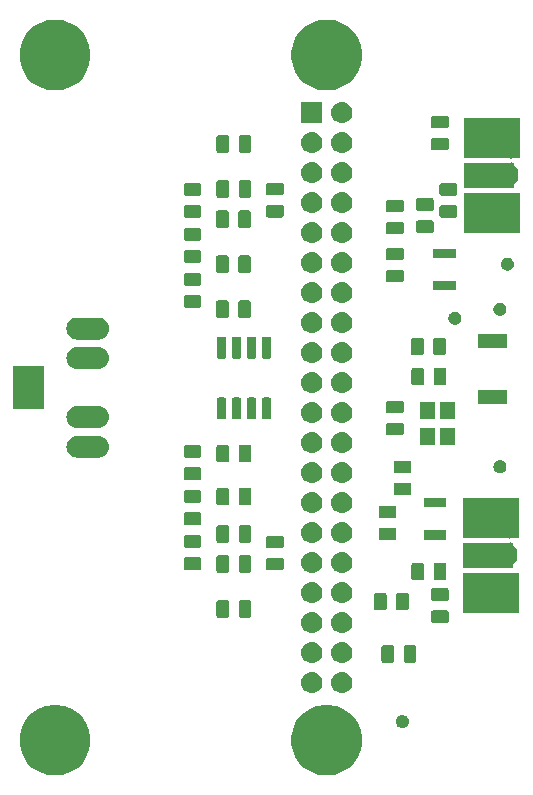
<source format=gbr>
G04 #@! TF.GenerationSoftware,KiCad,Pcbnew,5.1.2-f72e74a~84~ubuntu18.04.1*
G04 #@! TF.CreationDate,2019-05-17T13:13:24-07:00*
G04 #@! TF.ProjectId,RPZ_SC_VNA,52505a5f-5343-45f5-964e-412e6b696361,rev?*
G04 #@! TF.SameCoordinates,Original*
G04 #@! TF.FileFunction,Soldermask,Top*
G04 #@! TF.FilePolarity,Negative*
%FSLAX46Y46*%
G04 Gerber Fmt 4.6, Leading zero omitted, Abs format (unit mm)*
G04 Created by KiCad (PCBNEW 5.1.2-f72e74a~84~ubuntu18.04.1) date 2019-05-17 13:13:24*
%MOMM*%
%LPD*%
G04 APERTURE LIST*
%ADD10C,0.100000*%
G04 APERTURE END LIST*
D10*
G36*
X132063370Y-103419859D02*
G01*
X132256568Y-103458288D01*
X132802533Y-103684434D01*
X133049878Y-103849705D01*
X133293888Y-104012747D01*
X133711753Y-104430612D01*
X133767474Y-104514005D01*
X134040066Y-104921967D01*
X134266212Y-105467932D01*
X134381500Y-106047526D01*
X134381500Y-106638474D01*
X134266212Y-107218068D01*
X134040066Y-107764033D01*
X133711752Y-108255389D01*
X133293889Y-108673252D01*
X132802533Y-109001566D01*
X132256568Y-109227712D01*
X132063370Y-109266141D01*
X131676976Y-109343000D01*
X131086024Y-109343000D01*
X130699630Y-109266141D01*
X130506432Y-109227712D01*
X129960467Y-109001566D01*
X129469111Y-108673252D01*
X129051248Y-108255389D01*
X128722934Y-107764033D01*
X128496788Y-107218068D01*
X128381500Y-106638474D01*
X128381500Y-106047526D01*
X128496788Y-105467932D01*
X128722934Y-104921967D01*
X128995526Y-104514005D01*
X129051247Y-104430612D01*
X129469112Y-104012747D01*
X129713122Y-103849705D01*
X129960467Y-103684434D01*
X130506432Y-103458288D01*
X130699630Y-103419859D01*
X131086024Y-103343000D01*
X131676976Y-103343000D01*
X132063370Y-103419859D01*
X132063370Y-103419859D01*
G37*
G36*
X109063370Y-103419859D02*
G01*
X109256568Y-103458288D01*
X109802533Y-103684434D01*
X110049878Y-103849705D01*
X110293888Y-104012747D01*
X110711753Y-104430612D01*
X110767474Y-104514005D01*
X111040066Y-104921967D01*
X111266212Y-105467932D01*
X111381500Y-106047526D01*
X111381500Y-106638474D01*
X111266212Y-107218068D01*
X111040066Y-107764033D01*
X110711752Y-108255389D01*
X110293889Y-108673252D01*
X109802533Y-109001566D01*
X109256568Y-109227712D01*
X109063370Y-109266141D01*
X108676976Y-109343000D01*
X108086024Y-109343000D01*
X107699630Y-109266141D01*
X107506432Y-109227712D01*
X106960467Y-109001566D01*
X106469111Y-108673252D01*
X106051248Y-108255389D01*
X105722934Y-107764033D01*
X105496788Y-107218068D01*
X105381500Y-106638474D01*
X105381500Y-106047526D01*
X105496788Y-105467932D01*
X105722934Y-104921967D01*
X105995526Y-104514005D01*
X106051247Y-104430612D01*
X106469112Y-104012747D01*
X106713122Y-103849705D01*
X106960467Y-103684434D01*
X107506432Y-103458288D01*
X107699630Y-103419859D01*
X108086024Y-103343000D01*
X108676976Y-103343000D01*
X109063370Y-103419859D01*
X109063370Y-103419859D01*
G37*
G36*
X137955721Y-104245174D02*
G01*
X138055995Y-104286709D01*
X138055996Y-104286710D01*
X138146242Y-104347010D01*
X138222990Y-104423758D01*
X138253345Y-104469188D01*
X138283291Y-104514005D01*
X138324826Y-104614279D01*
X138346000Y-104720730D01*
X138346000Y-104829270D01*
X138324826Y-104935721D01*
X138283291Y-105035995D01*
X138283290Y-105035996D01*
X138222990Y-105126242D01*
X138146242Y-105202990D01*
X138100812Y-105233345D01*
X138055995Y-105263291D01*
X137955721Y-105304826D01*
X137849270Y-105326000D01*
X137740730Y-105326000D01*
X137634279Y-105304826D01*
X137534005Y-105263291D01*
X137489188Y-105233345D01*
X137443758Y-105202990D01*
X137367010Y-105126242D01*
X137306710Y-105035996D01*
X137306709Y-105035995D01*
X137265174Y-104935721D01*
X137244000Y-104829270D01*
X137244000Y-104720730D01*
X137265174Y-104614279D01*
X137306709Y-104514005D01*
X137336655Y-104469188D01*
X137367010Y-104423758D01*
X137443758Y-104347010D01*
X137534004Y-104286710D01*
X137534005Y-104286709D01*
X137634279Y-104245174D01*
X137740730Y-104224000D01*
X137849270Y-104224000D01*
X137955721Y-104245174D01*
X137955721Y-104245174D01*
G37*
G36*
X130221943Y-100578519D02*
G01*
X130288127Y-100585037D01*
X130457966Y-100636557D01*
X130614491Y-100720222D01*
X130650229Y-100749552D01*
X130751686Y-100832814D01*
X130834948Y-100934271D01*
X130864278Y-100970009D01*
X130947943Y-101126534D01*
X130999463Y-101296373D01*
X131016859Y-101473000D01*
X130999463Y-101649627D01*
X130947943Y-101819466D01*
X130864278Y-101975991D01*
X130834948Y-102011729D01*
X130751686Y-102113186D01*
X130650229Y-102196448D01*
X130614491Y-102225778D01*
X130457966Y-102309443D01*
X130288127Y-102360963D01*
X130221943Y-102367481D01*
X130155760Y-102374000D01*
X130067240Y-102374000D01*
X130001058Y-102367482D01*
X129934873Y-102360963D01*
X129765034Y-102309443D01*
X129608509Y-102225778D01*
X129572771Y-102196448D01*
X129471314Y-102113186D01*
X129388052Y-102011729D01*
X129358722Y-101975991D01*
X129275057Y-101819466D01*
X129223537Y-101649627D01*
X129206141Y-101473000D01*
X129223537Y-101296373D01*
X129275057Y-101126534D01*
X129358722Y-100970009D01*
X129388052Y-100934271D01*
X129471314Y-100832814D01*
X129572771Y-100749552D01*
X129608509Y-100720222D01*
X129765034Y-100636557D01*
X129934873Y-100585037D01*
X130001058Y-100578518D01*
X130067240Y-100572000D01*
X130155760Y-100572000D01*
X130221943Y-100578519D01*
X130221943Y-100578519D01*
G37*
G36*
X132761943Y-100578519D02*
G01*
X132828127Y-100585037D01*
X132997966Y-100636557D01*
X133154491Y-100720222D01*
X133190229Y-100749552D01*
X133291686Y-100832814D01*
X133374948Y-100934271D01*
X133404278Y-100970009D01*
X133487943Y-101126534D01*
X133539463Y-101296373D01*
X133556859Y-101473000D01*
X133539463Y-101649627D01*
X133487943Y-101819466D01*
X133404278Y-101975991D01*
X133374948Y-102011729D01*
X133291686Y-102113186D01*
X133190229Y-102196448D01*
X133154491Y-102225778D01*
X132997966Y-102309443D01*
X132828127Y-102360963D01*
X132761943Y-102367481D01*
X132695760Y-102374000D01*
X132607240Y-102374000D01*
X132541058Y-102367482D01*
X132474873Y-102360963D01*
X132305034Y-102309443D01*
X132148509Y-102225778D01*
X132112771Y-102196448D01*
X132011314Y-102113186D01*
X131928052Y-102011729D01*
X131898722Y-101975991D01*
X131815057Y-101819466D01*
X131763537Y-101649627D01*
X131746141Y-101473000D01*
X131763537Y-101296373D01*
X131815057Y-101126534D01*
X131898722Y-100970009D01*
X131928052Y-100934271D01*
X132011314Y-100832814D01*
X132112771Y-100749552D01*
X132148509Y-100720222D01*
X132305034Y-100636557D01*
X132474873Y-100585037D01*
X132541058Y-100578518D01*
X132607240Y-100572000D01*
X132695760Y-100572000D01*
X132761943Y-100578519D01*
X132761943Y-100578519D01*
G37*
G36*
X132761942Y-98038518D02*
G01*
X132828127Y-98045037D01*
X132997966Y-98096557D01*
X133154491Y-98180222D01*
X133190229Y-98209552D01*
X133291686Y-98292814D01*
X133355016Y-98369983D01*
X133404278Y-98430009D01*
X133487943Y-98586534D01*
X133539463Y-98756373D01*
X133556859Y-98933000D01*
X133539463Y-99109627D01*
X133487943Y-99279466D01*
X133404278Y-99435991D01*
X133374948Y-99471729D01*
X133291686Y-99573186D01*
X133204827Y-99644468D01*
X133154491Y-99685778D01*
X132997966Y-99769443D01*
X132828127Y-99820963D01*
X132761942Y-99827482D01*
X132695760Y-99834000D01*
X132607240Y-99834000D01*
X132541058Y-99827482D01*
X132474873Y-99820963D01*
X132305034Y-99769443D01*
X132148509Y-99685778D01*
X132098173Y-99644468D01*
X132011314Y-99573186D01*
X131928052Y-99471729D01*
X131898722Y-99435991D01*
X131815057Y-99279466D01*
X131763537Y-99109627D01*
X131746141Y-98933000D01*
X131763537Y-98756373D01*
X131815057Y-98586534D01*
X131898722Y-98430009D01*
X131947984Y-98369983D01*
X132011314Y-98292814D01*
X132112771Y-98209552D01*
X132148509Y-98180222D01*
X132305034Y-98096557D01*
X132474873Y-98045037D01*
X132541058Y-98038518D01*
X132607240Y-98032000D01*
X132695760Y-98032000D01*
X132761942Y-98038518D01*
X132761942Y-98038518D01*
G37*
G36*
X130221942Y-98038518D02*
G01*
X130288127Y-98045037D01*
X130457966Y-98096557D01*
X130614491Y-98180222D01*
X130650229Y-98209552D01*
X130751686Y-98292814D01*
X130815016Y-98369983D01*
X130864278Y-98430009D01*
X130947943Y-98586534D01*
X130999463Y-98756373D01*
X131016859Y-98933000D01*
X130999463Y-99109627D01*
X130947943Y-99279466D01*
X130864278Y-99435991D01*
X130834948Y-99471729D01*
X130751686Y-99573186D01*
X130664827Y-99644468D01*
X130614491Y-99685778D01*
X130457966Y-99769443D01*
X130288127Y-99820963D01*
X130221942Y-99827482D01*
X130155760Y-99834000D01*
X130067240Y-99834000D01*
X130001058Y-99827482D01*
X129934873Y-99820963D01*
X129765034Y-99769443D01*
X129608509Y-99685778D01*
X129558173Y-99644468D01*
X129471314Y-99573186D01*
X129388052Y-99471729D01*
X129358722Y-99435991D01*
X129275057Y-99279466D01*
X129223537Y-99109627D01*
X129206141Y-98933000D01*
X129223537Y-98756373D01*
X129275057Y-98586534D01*
X129358722Y-98430009D01*
X129407984Y-98369983D01*
X129471314Y-98292814D01*
X129572771Y-98209552D01*
X129608509Y-98180222D01*
X129765034Y-98096557D01*
X129934873Y-98045037D01*
X130001058Y-98038518D01*
X130067240Y-98032000D01*
X130155760Y-98032000D01*
X130221942Y-98038518D01*
X130221942Y-98038518D01*
G37*
G36*
X136926968Y-98313565D02*
G01*
X136965638Y-98325296D01*
X137001277Y-98344346D01*
X137032517Y-98369983D01*
X137058154Y-98401223D01*
X137077204Y-98436862D01*
X137088935Y-98475532D01*
X137093500Y-98521888D01*
X137093500Y-99598112D01*
X137088935Y-99644468D01*
X137077204Y-99683138D01*
X137058154Y-99718777D01*
X137032517Y-99750017D01*
X137001277Y-99775654D01*
X136965638Y-99794704D01*
X136926968Y-99806435D01*
X136880612Y-99811000D01*
X136229388Y-99811000D01*
X136183032Y-99806435D01*
X136144362Y-99794704D01*
X136108723Y-99775654D01*
X136077483Y-99750017D01*
X136051846Y-99718777D01*
X136032796Y-99683138D01*
X136021065Y-99644468D01*
X136016500Y-99598112D01*
X136016500Y-98521888D01*
X136021065Y-98475532D01*
X136032796Y-98436862D01*
X136051846Y-98401223D01*
X136077483Y-98369983D01*
X136108723Y-98344346D01*
X136144362Y-98325296D01*
X136183032Y-98313565D01*
X136229388Y-98309000D01*
X136880612Y-98309000D01*
X136926968Y-98313565D01*
X136926968Y-98313565D01*
G37*
G36*
X138801968Y-98313565D02*
G01*
X138840638Y-98325296D01*
X138876277Y-98344346D01*
X138907517Y-98369983D01*
X138933154Y-98401223D01*
X138952204Y-98436862D01*
X138963935Y-98475532D01*
X138968500Y-98521888D01*
X138968500Y-99598112D01*
X138963935Y-99644468D01*
X138952204Y-99683138D01*
X138933154Y-99718777D01*
X138907517Y-99750017D01*
X138876277Y-99775654D01*
X138840638Y-99794704D01*
X138801968Y-99806435D01*
X138755612Y-99811000D01*
X138104388Y-99811000D01*
X138058032Y-99806435D01*
X138019362Y-99794704D01*
X137983723Y-99775654D01*
X137952483Y-99750017D01*
X137926846Y-99718777D01*
X137907796Y-99683138D01*
X137896065Y-99644468D01*
X137891500Y-99598112D01*
X137891500Y-98521888D01*
X137896065Y-98475532D01*
X137907796Y-98436862D01*
X137926846Y-98401223D01*
X137952483Y-98369983D01*
X137983723Y-98344346D01*
X138019362Y-98325296D01*
X138058032Y-98313565D01*
X138104388Y-98309000D01*
X138755612Y-98309000D01*
X138801968Y-98313565D01*
X138801968Y-98313565D01*
G37*
G36*
X132761942Y-95498518D02*
G01*
X132828127Y-95505037D01*
X132997966Y-95556557D01*
X132997968Y-95556558D01*
X133010435Y-95563222D01*
X133154491Y-95640222D01*
X133190229Y-95669552D01*
X133291686Y-95752814D01*
X133358959Y-95834788D01*
X133404278Y-95890009D01*
X133404279Y-95890011D01*
X133452650Y-95980505D01*
X133487943Y-96046534D01*
X133539463Y-96216373D01*
X133556859Y-96393000D01*
X133539463Y-96569627D01*
X133487943Y-96739466D01*
X133404278Y-96895991D01*
X133374948Y-96931729D01*
X133291686Y-97033186D01*
X133190229Y-97116448D01*
X133154491Y-97145778D01*
X132997966Y-97229443D01*
X132828127Y-97280963D01*
X132761943Y-97287481D01*
X132695760Y-97294000D01*
X132607240Y-97294000D01*
X132541058Y-97287482D01*
X132474873Y-97280963D01*
X132305034Y-97229443D01*
X132148509Y-97145778D01*
X132112771Y-97116448D01*
X132011314Y-97033186D01*
X131928052Y-96931729D01*
X131898722Y-96895991D01*
X131815057Y-96739466D01*
X131763537Y-96569627D01*
X131746141Y-96393000D01*
X131763537Y-96216373D01*
X131815057Y-96046534D01*
X131850351Y-95980505D01*
X131898721Y-95890011D01*
X131898722Y-95890009D01*
X131944041Y-95834788D01*
X132011314Y-95752814D01*
X132112771Y-95669552D01*
X132148509Y-95640222D01*
X132292565Y-95563222D01*
X132305032Y-95556558D01*
X132305034Y-95556557D01*
X132474873Y-95505037D01*
X132541057Y-95498519D01*
X132607240Y-95492000D01*
X132695760Y-95492000D01*
X132761942Y-95498518D01*
X132761942Y-95498518D01*
G37*
G36*
X130221942Y-95498518D02*
G01*
X130288127Y-95505037D01*
X130457966Y-95556557D01*
X130457968Y-95556558D01*
X130470435Y-95563222D01*
X130614491Y-95640222D01*
X130650229Y-95669552D01*
X130751686Y-95752814D01*
X130818959Y-95834788D01*
X130864278Y-95890009D01*
X130864279Y-95890011D01*
X130912650Y-95980505D01*
X130947943Y-96046534D01*
X130999463Y-96216373D01*
X131016859Y-96393000D01*
X130999463Y-96569627D01*
X130947943Y-96739466D01*
X130864278Y-96895991D01*
X130834948Y-96931729D01*
X130751686Y-97033186D01*
X130650229Y-97116448D01*
X130614491Y-97145778D01*
X130457966Y-97229443D01*
X130288127Y-97280963D01*
X130221943Y-97287481D01*
X130155760Y-97294000D01*
X130067240Y-97294000D01*
X130001058Y-97287482D01*
X129934873Y-97280963D01*
X129765034Y-97229443D01*
X129608509Y-97145778D01*
X129572771Y-97116448D01*
X129471314Y-97033186D01*
X129388052Y-96931729D01*
X129358722Y-96895991D01*
X129275057Y-96739466D01*
X129223537Y-96569627D01*
X129206141Y-96393000D01*
X129223537Y-96216373D01*
X129275057Y-96046534D01*
X129310351Y-95980505D01*
X129358721Y-95890011D01*
X129358722Y-95890009D01*
X129404041Y-95834788D01*
X129471314Y-95752814D01*
X129572771Y-95669552D01*
X129608509Y-95640222D01*
X129752565Y-95563222D01*
X129765032Y-95556558D01*
X129765034Y-95556557D01*
X129934873Y-95505037D01*
X130001057Y-95498519D01*
X130067240Y-95492000D01*
X130155760Y-95492000D01*
X130221942Y-95498518D01*
X130221942Y-95498518D01*
G37*
G36*
X141554468Y-95351065D02*
G01*
X141593138Y-95362796D01*
X141628777Y-95381846D01*
X141660017Y-95407483D01*
X141685654Y-95438723D01*
X141704704Y-95474362D01*
X141716435Y-95513032D01*
X141721000Y-95559388D01*
X141721000Y-96210612D01*
X141716435Y-96256968D01*
X141704704Y-96295638D01*
X141685654Y-96331277D01*
X141660017Y-96362517D01*
X141628777Y-96388154D01*
X141593138Y-96407204D01*
X141554468Y-96418935D01*
X141508112Y-96423500D01*
X140431888Y-96423500D01*
X140385532Y-96418935D01*
X140346862Y-96407204D01*
X140311223Y-96388154D01*
X140279983Y-96362517D01*
X140254346Y-96331277D01*
X140235296Y-96295638D01*
X140223565Y-96256968D01*
X140219000Y-96210612D01*
X140219000Y-95559388D01*
X140223565Y-95513032D01*
X140235296Y-95474362D01*
X140254346Y-95438723D01*
X140279983Y-95407483D01*
X140311223Y-95381846D01*
X140346862Y-95362796D01*
X140385532Y-95351065D01*
X140431888Y-95346500D01*
X141508112Y-95346500D01*
X141554468Y-95351065D01*
X141554468Y-95351065D01*
G37*
G36*
X122956968Y-94503565D02*
G01*
X122995638Y-94515296D01*
X123031277Y-94534346D01*
X123062517Y-94559983D01*
X123088154Y-94591223D01*
X123107204Y-94626862D01*
X123118935Y-94665532D01*
X123123500Y-94711888D01*
X123123500Y-95788112D01*
X123118935Y-95834468D01*
X123107204Y-95873138D01*
X123088154Y-95908777D01*
X123062517Y-95940017D01*
X123031277Y-95965654D01*
X122995638Y-95984704D01*
X122956968Y-95996435D01*
X122910612Y-96001000D01*
X122259388Y-96001000D01*
X122213032Y-95996435D01*
X122174362Y-95984704D01*
X122138723Y-95965654D01*
X122107483Y-95940017D01*
X122081846Y-95908777D01*
X122062796Y-95873138D01*
X122051065Y-95834468D01*
X122046500Y-95788112D01*
X122046500Y-94711888D01*
X122051065Y-94665532D01*
X122062796Y-94626862D01*
X122081846Y-94591223D01*
X122107483Y-94559983D01*
X122138723Y-94534346D01*
X122174362Y-94515296D01*
X122213032Y-94503565D01*
X122259388Y-94499000D01*
X122910612Y-94499000D01*
X122956968Y-94503565D01*
X122956968Y-94503565D01*
G37*
G36*
X124831968Y-94503565D02*
G01*
X124870638Y-94515296D01*
X124906277Y-94534346D01*
X124937517Y-94559983D01*
X124963154Y-94591223D01*
X124982204Y-94626862D01*
X124993935Y-94665532D01*
X124998500Y-94711888D01*
X124998500Y-95788112D01*
X124993935Y-95834468D01*
X124982204Y-95873138D01*
X124963154Y-95908777D01*
X124937517Y-95940017D01*
X124906277Y-95965654D01*
X124870638Y-95984704D01*
X124831968Y-95996435D01*
X124785612Y-96001000D01*
X124134388Y-96001000D01*
X124088032Y-95996435D01*
X124049362Y-95984704D01*
X124013723Y-95965654D01*
X123982483Y-95940017D01*
X123956846Y-95908777D01*
X123937796Y-95873138D01*
X123926065Y-95834468D01*
X123921500Y-95788112D01*
X123921500Y-94711888D01*
X123926065Y-94665532D01*
X123937796Y-94626862D01*
X123956846Y-94591223D01*
X123982483Y-94559983D01*
X124013723Y-94534346D01*
X124049362Y-94515296D01*
X124088032Y-94503565D01*
X124134388Y-94499000D01*
X124785612Y-94499000D01*
X124831968Y-94503565D01*
X124831968Y-94503565D01*
G37*
G36*
X146836562Y-92193472D02*
G01*
X146849852Y-92194180D01*
X147625000Y-92194180D01*
X147625000Y-95598180D01*
X142951000Y-95598180D01*
X142951000Y-92194180D01*
X146793811Y-92194180D01*
X146818197Y-92191778D01*
X146822344Y-92190520D01*
X146836562Y-92193472D01*
X146836562Y-92193472D01*
G37*
G36*
X136291968Y-93868565D02*
G01*
X136330638Y-93880296D01*
X136366277Y-93899346D01*
X136397517Y-93924983D01*
X136423154Y-93956223D01*
X136442204Y-93991862D01*
X136453935Y-94030532D01*
X136458500Y-94076888D01*
X136458500Y-95153112D01*
X136453935Y-95199468D01*
X136442204Y-95238138D01*
X136423154Y-95273777D01*
X136397517Y-95305017D01*
X136366277Y-95330654D01*
X136330638Y-95349704D01*
X136291968Y-95361435D01*
X136245612Y-95366000D01*
X135594388Y-95366000D01*
X135548032Y-95361435D01*
X135509362Y-95349704D01*
X135473723Y-95330654D01*
X135442483Y-95305017D01*
X135416846Y-95273777D01*
X135397796Y-95238138D01*
X135386065Y-95199468D01*
X135381500Y-95153112D01*
X135381500Y-94076888D01*
X135386065Y-94030532D01*
X135397796Y-93991862D01*
X135416846Y-93956223D01*
X135442483Y-93924983D01*
X135473723Y-93899346D01*
X135509362Y-93880296D01*
X135548032Y-93868565D01*
X135594388Y-93864000D01*
X136245612Y-93864000D01*
X136291968Y-93868565D01*
X136291968Y-93868565D01*
G37*
G36*
X138166968Y-93868565D02*
G01*
X138205638Y-93880296D01*
X138241277Y-93899346D01*
X138272517Y-93924983D01*
X138298154Y-93956223D01*
X138317204Y-93991862D01*
X138328935Y-94030532D01*
X138333500Y-94076888D01*
X138333500Y-95153112D01*
X138328935Y-95199468D01*
X138317204Y-95238138D01*
X138298154Y-95273777D01*
X138272517Y-95305017D01*
X138241277Y-95330654D01*
X138205638Y-95349704D01*
X138166968Y-95361435D01*
X138120612Y-95366000D01*
X137469388Y-95366000D01*
X137423032Y-95361435D01*
X137384362Y-95349704D01*
X137348723Y-95330654D01*
X137317483Y-95305017D01*
X137291846Y-95273777D01*
X137272796Y-95238138D01*
X137261065Y-95199468D01*
X137256500Y-95153112D01*
X137256500Y-94076888D01*
X137261065Y-94030532D01*
X137272796Y-93991862D01*
X137291846Y-93956223D01*
X137317483Y-93924983D01*
X137348723Y-93899346D01*
X137384362Y-93880296D01*
X137423032Y-93868565D01*
X137469388Y-93864000D01*
X138120612Y-93864000D01*
X138166968Y-93868565D01*
X138166968Y-93868565D01*
G37*
G36*
X132761942Y-92958518D02*
G01*
X132828127Y-92965037D01*
X132997966Y-93016557D01*
X133154491Y-93100222D01*
X133190229Y-93129552D01*
X133291686Y-93212814D01*
X133374948Y-93314271D01*
X133404278Y-93350009D01*
X133487943Y-93506534D01*
X133539463Y-93676373D01*
X133556859Y-93853000D01*
X133539463Y-94029627D01*
X133487943Y-94199466D01*
X133404278Y-94355991D01*
X133382959Y-94381968D01*
X133291686Y-94493186D01*
X133210292Y-94559983D01*
X133154491Y-94605778D01*
X132997966Y-94689443D01*
X132828127Y-94740963D01*
X132761942Y-94747482D01*
X132695760Y-94754000D01*
X132607240Y-94754000D01*
X132541057Y-94747481D01*
X132474873Y-94740963D01*
X132305034Y-94689443D01*
X132148509Y-94605778D01*
X132092708Y-94559983D01*
X132011314Y-94493186D01*
X131920041Y-94381968D01*
X131898722Y-94355991D01*
X131815057Y-94199466D01*
X131763537Y-94029627D01*
X131746141Y-93853000D01*
X131763537Y-93676373D01*
X131815057Y-93506534D01*
X131898722Y-93350009D01*
X131928052Y-93314271D01*
X132011314Y-93212814D01*
X132112771Y-93129552D01*
X132148509Y-93100222D01*
X132305034Y-93016557D01*
X132474873Y-92965037D01*
X132541058Y-92958518D01*
X132607240Y-92952000D01*
X132695760Y-92952000D01*
X132761942Y-92958518D01*
X132761942Y-92958518D01*
G37*
G36*
X130221942Y-92958518D02*
G01*
X130288127Y-92965037D01*
X130457966Y-93016557D01*
X130614491Y-93100222D01*
X130650229Y-93129552D01*
X130751686Y-93212814D01*
X130834948Y-93314271D01*
X130864278Y-93350009D01*
X130947943Y-93506534D01*
X130999463Y-93676373D01*
X131016859Y-93853000D01*
X130999463Y-94029627D01*
X130947943Y-94199466D01*
X130864278Y-94355991D01*
X130842959Y-94381968D01*
X130751686Y-94493186D01*
X130670292Y-94559983D01*
X130614491Y-94605778D01*
X130457966Y-94689443D01*
X130288127Y-94740963D01*
X130221942Y-94747482D01*
X130155760Y-94754000D01*
X130067240Y-94754000D01*
X130001057Y-94747481D01*
X129934873Y-94740963D01*
X129765034Y-94689443D01*
X129608509Y-94605778D01*
X129552708Y-94559983D01*
X129471314Y-94493186D01*
X129380041Y-94381968D01*
X129358722Y-94355991D01*
X129275057Y-94199466D01*
X129223537Y-94029627D01*
X129206141Y-93853000D01*
X129223537Y-93676373D01*
X129275057Y-93506534D01*
X129358722Y-93350009D01*
X129388052Y-93314271D01*
X129471314Y-93212814D01*
X129572771Y-93129552D01*
X129608509Y-93100222D01*
X129765034Y-93016557D01*
X129934873Y-92965037D01*
X130001058Y-92958518D01*
X130067240Y-92952000D01*
X130155760Y-92952000D01*
X130221942Y-92958518D01*
X130221942Y-92958518D01*
G37*
G36*
X141554468Y-93476065D02*
G01*
X141593138Y-93487796D01*
X141628777Y-93506846D01*
X141660017Y-93532483D01*
X141685654Y-93563723D01*
X141704704Y-93599362D01*
X141716435Y-93638032D01*
X141721000Y-93684388D01*
X141721000Y-94335612D01*
X141716435Y-94381968D01*
X141704704Y-94420638D01*
X141685654Y-94456277D01*
X141660017Y-94487517D01*
X141628777Y-94513154D01*
X141593138Y-94532204D01*
X141554468Y-94543935D01*
X141508112Y-94548500D01*
X140431888Y-94548500D01*
X140385532Y-94543935D01*
X140346862Y-94532204D01*
X140311223Y-94513154D01*
X140279983Y-94487517D01*
X140254346Y-94456277D01*
X140235296Y-94420638D01*
X140223565Y-94381968D01*
X140219000Y-94335612D01*
X140219000Y-93684388D01*
X140223565Y-93638032D01*
X140235296Y-93599362D01*
X140254346Y-93563723D01*
X140279983Y-93532483D01*
X140311223Y-93506846D01*
X140346862Y-93487796D01*
X140385532Y-93476065D01*
X140431888Y-93471500D01*
X141508112Y-93471500D01*
X141554468Y-93476065D01*
X141554468Y-93476065D01*
G37*
G36*
X139466968Y-91328565D02*
G01*
X139505638Y-91340296D01*
X139541277Y-91359346D01*
X139572517Y-91384983D01*
X139598154Y-91416223D01*
X139617204Y-91451862D01*
X139628935Y-91490532D01*
X139633500Y-91536888D01*
X139633500Y-92613112D01*
X139628935Y-92659468D01*
X139617204Y-92698138D01*
X139598154Y-92733777D01*
X139572517Y-92765017D01*
X139541277Y-92790654D01*
X139505638Y-92809704D01*
X139466968Y-92821435D01*
X139420612Y-92826000D01*
X138769388Y-92826000D01*
X138723032Y-92821435D01*
X138684362Y-92809704D01*
X138648723Y-92790654D01*
X138617483Y-92765017D01*
X138591846Y-92733777D01*
X138572796Y-92698138D01*
X138561065Y-92659468D01*
X138556500Y-92613112D01*
X138556500Y-91536888D01*
X138561065Y-91490532D01*
X138572796Y-91451862D01*
X138591846Y-91416223D01*
X138617483Y-91384983D01*
X138648723Y-91359346D01*
X138684362Y-91340296D01*
X138723032Y-91328565D01*
X138769388Y-91324000D01*
X139420612Y-91324000D01*
X139466968Y-91328565D01*
X139466968Y-91328565D01*
G37*
G36*
X141341968Y-91328565D02*
G01*
X141380638Y-91340296D01*
X141416277Y-91359346D01*
X141447517Y-91384983D01*
X141473154Y-91416223D01*
X141492204Y-91451862D01*
X141503935Y-91490532D01*
X141508500Y-91536888D01*
X141508500Y-92613112D01*
X141503935Y-92659468D01*
X141492204Y-92698138D01*
X141473154Y-92733777D01*
X141447517Y-92765017D01*
X141416277Y-92790654D01*
X141380638Y-92809704D01*
X141341968Y-92821435D01*
X141295612Y-92826000D01*
X140644388Y-92826000D01*
X140598032Y-92821435D01*
X140559362Y-92809704D01*
X140523723Y-92790654D01*
X140492483Y-92765017D01*
X140466846Y-92733777D01*
X140447796Y-92698138D01*
X140436065Y-92659468D01*
X140431500Y-92613112D01*
X140431500Y-91536888D01*
X140436065Y-91490532D01*
X140447796Y-91451862D01*
X140466846Y-91416223D01*
X140492483Y-91384983D01*
X140523723Y-91359346D01*
X140559362Y-91340296D01*
X140598032Y-91328565D01*
X140644388Y-91324000D01*
X141295612Y-91324000D01*
X141341968Y-91328565D01*
X141341968Y-91328565D01*
G37*
G36*
X130221943Y-90418519D02*
G01*
X130288127Y-90425037D01*
X130457966Y-90476557D01*
X130614491Y-90560222D01*
X130650229Y-90589552D01*
X130751686Y-90672814D01*
X130815016Y-90749983D01*
X130864278Y-90810009D01*
X130864279Y-90810011D01*
X130946441Y-90963723D01*
X130947943Y-90966534D01*
X130999463Y-91136373D01*
X131016859Y-91313000D01*
X130999463Y-91489627D01*
X130947943Y-91659466D01*
X130864278Y-91815991D01*
X130862267Y-91818441D01*
X130751686Y-91953186D01*
X130664827Y-92024468D01*
X130614491Y-92065778D01*
X130457966Y-92149443D01*
X130288127Y-92200963D01*
X130221942Y-92207482D01*
X130155760Y-92214000D01*
X130067240Y-92214000D01*
X130001058Y-92207482D01*
X129934873Y-92200963D01*
X129765034Y-92149443D01*
X129608509Y-92065778D01*
X129558173Y-92024468D01*
X129471314Y-91953186D01*
X129360733Y-91818441D01*
X129358722Y-91815991D01*
X129275057Y-91659466D01*
X129223537Y-91489627D01*
X129206141Y-91313000D01*
X129223537Y-91136373D01*
X129275057Y-90966534D01*
X129276560Y-90963723D01*
X129358721Y-90810011D01*
X129358722Y-90810009D01*
X129407984Y-90749983D01*
X129471314Y-90672814D01*
X129572771Y-90589552D01*
X129608509Y-90560222D01*
X129765034Y-90476557D01*
X129934873Y-90425037D01*
X130001057Y-90418519D01*
X130067240Y-90412000D01*
X130155760Y-90412000D01*
X130221943Y-90418519D01*
X130221943Y-90418519D01*
G37*
G36*
X132761943Y-90418519D02*
G01*
X132828127Y-90425037D01*
X132997966Y-90476557D01*
X133154491Y-90560222D01*
X133190229Y-90589552D01*
X133291686Y-90672814D01*
X133355016Y-90749983D01*
X133404278Y-90810009D01*
X133404279Y-90810011D01*
X133486441Y-90963723D01*
X133487943Y-90966534D01*
X133539463Y-91136373D01*
X133556859Y-91313000D01*
X133539463Y-91489627D01*
X133487943Y-91659466D01*
X133404278Y-91815991D01*
X133402267Y-91818441D01*
X133291686Y-91953186D01*
X133204827Y-92024468D01*
X133154491Y-92065778D01*
X132997966Y-92149443D01*
X132828127Y-92200963D01*
X132761942Y-92207482D01*
X132695760Y-92214000D01*
X132607240Y-92214000D01*
X132541058Y-92207482D01*
X132474873Y-92200963D01*
X132305034Y-92149443D01*
X132148509Y-92065778D01*
X132098173Y-92024468D01*
X132011314Y-91953186D01*
X131900733Y-91818441D01*
X131898722Y-91815991D01*
X131815057Y-91659466D01*
X131763537Y-91489627D01*
X131746141Y-91313000D01*
X131763537Y-91136373D01*
X131815057Y-90966534D01*
X131816560Y-90963723D01*
X131898721Y-90810011D01*
X131898722Y-90810009D01*
X131947984Y-90749983D01*
X132011314Y-90672814D01*
X132112771Y-90589552D01*
X132148509Y-90560222D01*
X132305034Y-90476557D01*
X132474873Y-90425037D01*
X132541057Y-90418519D01*
X132607240Y-90412000D01*
X132695760Y-90412000D01*
X132761943Y-90418519D01*
X132761943Y-90418519D01*
G37*
G36*
X122956968Y-90693565D02*
G01*
X122995638Y-90705296D01*
X123031277Y-90724346D01*
X123062517Y-90749983D01*
X123088154Y-90781223D01*
X123107204Y-90816862D01*
X123118935Y-90855532D01*
X123123500Y-90901888D01*
X123123500Y-91978112D01*
X123118935Y-92024468D01*
X123107204Y-92063138D01*
X123088154Y-92098777D01*
X123062517Y-92130017D01*
X123031277Y-92155654D01*
X122995638Y-92174704D01*
X122956968Y-92186435D01*
X122910612Y-92191000D01*
X122259388Y-92191000D01*
X122213032Y-92186435D01*
X122174362Y-92174704D01*
X122138723Y-92155654D01*
X122107483Y-92130017D01*
X122081846Y-92098777D01*
X122062796Y-92063138D01*
X122051065Y-92024468D01*
X122046500Y-91978112D01*
X122046500Y-90901888D01*
X122051065Y-90855532D01*
X122062796Y-90816862D01*
X122081846Y-90781223D01*
X122107483Y-90749983D01*
X122138723Y-90724346D01*
X122174362Y-90705296D01*
X122213032Y-90693565D01*
X122259388Y-90689000D01*
X122910612Y-90689000D01*
X122956968Y-90693565D01*
X122956968Y-90693565D01*
G37*
G36*
X124831968Y-90693565D02*
G01*
X124870638Y-90705296D01*
X124906277Y-90724346D01*
X124937517Y-90749983D01*
X124963154Y-90781223D01*
X124982204Y-90816862D01*
X124993935Y-90855532D01*
X124998500Y-90901888D01*
X124998500Y-91978112D01*
X124993935Y-92024468D01*
X124982204Y-92063138D01*
X124963154Y-92098777D01*
X124937517Y-92130017D01*
X124906277Y-92155654D01*
X124870638Y-92174704D01*
X124831968Y-92186435D01*
X124785612Y-92191000D01*
X124134388Y-92191000D01*
X124088032Y-92186435D01*
X124049362Y-92174704D01*
X124013723Y-92155654D01*
X123982483Y-92130017D01*
X123956846Y-92098777D01*
X123937796Y-92063138D01*
X123926065Y-92024468D01*
X123921500Y-91978112D01*
X123921500Y-90901888D01*
X123926065Y-90855532D01*
X123937796Y-90816862D01*
X123956846Y-90781223D01*
X123982483Y-90749983D01*
X124013723Y-90724346D01*
X124049362Y-90705296D01*
X124088032Y-90693565D01*
X124134388Y-90689000D01*
X124785612Y-90689000D01*
X124831968Y-90693565D01*
X124831968Y-90693565D01*
G37*
G36*
X127584468Y-90906065D02*
G01*
X127623138Y-90917796D01*
X127658777Y-90936846D01*
X127690017Y-90962483D01*
X127715654Y-90993723D01*
X127734704Y-91029362D01*
X127746435Y-91068032D01*
X127751000Y-91114388D01*
X127751000Y-91765612D01*
X127746435Y-91811968D01*
X127734704Y-91850638D01*
X127715654Y-91886277D01*
X127690017Y-91917517D01*
X127658777Y-91943154D01*
X127623138Y-91962204D01*
X127584468Y-91973935D01*
X127538112Y-91978500D01*
X126461888Y-91978500D01*
X126415532Y-91973935D01*
X126376862Y-91962204D01*
X126341223Y-91943154D01*
X126309983Y-91917517D01*
X126284346Y-91886277D01*
X126265296Y-91850638D01*
X126253565Y-91811968D01*
X126249000Y-91765612D01*
X126249000Y-91114388D01*
X126253565Y-91068032D01*
X126265296Y-91029362D01*
X126284346Y-90993723D01*
X126309983Y-90962483D01*
X126341223Y-90936846D01*
X126376862Y-90917796D01*
X126415532Y-90906065D01*
X126461888Y-90901500D01*
X127538112Y-90901500D01*
X127584468Y-90906065D01*
X127584468Y-90906065D01*
G37*
G36*
X120599468Y-90876065D02*
G01*
X120638138Y-90887796D01*
X120673777Y-90906846D01*
X120705017Y-90932483D01*
X120730654Y-90963723D01*
X120749704Y-90999362D01*
X120761435Y-91038032D01*
X120766000Y-91084388D01*
X120766000Y-91735612D01*
X120761435Y-91781968D01*
X120749704Y-91820638D01*
X120730654Y-91856277D01*
X120705017Y-91887517D01*
X120673777Y-91913154D01*
X120638138Y-91932204D01*
X120599468Y-91943935D01*
X120553112Y-91948500D01*
X119476888Y-91948500D01*
X119430532Y-91943935D01*
X119391862Y-91932204D01*
X119356223Y-91913154D01*
X119324983Y-91887517D01*
X119299346Y-91856277D01*
X119280296Y-91820638D01*
X119268565Y-91781968D01*
X119264000Y-91735612D01*
X119264000Y-91084388D01*
X119268565Y-91038032D01*
X119280296Y-90999362D01*
X119299346Y-90963723D01*
X119324983Y-90932483D01*
X119356223Y-90906846D01*
X119391862Y-90887796D01*
X119430532Y-90876065D01*
X119476888Y-90871500D01*
X120553112Y-90871500D01*
X120599468Y-90876065D01*
X120599468Y-90876065D01*
G37*
G36*
X147022974Y-89635953D02*
G01*
X147040445Y-89653135D01*
X147060932Y-89666578D01*
X147083649Y-89675766D01*
X147118934Y-89680850D01*
X147120810Y-89680850D01*
X147120810Y-89707843D01*
X147123212Y-89732229D01*
X147130325Y-89755678D01*
X147141876Y-89777289D01*
X147149849Y-89787945D01*
X147521190Y-90232800D01*
X147521190Y-91069880D01*
X147149849Y-91514735D01*
X147136065Y-91534995D01*
X147126499Y-91557554D01*
X147121519Y-91581547D01*
X147120810Y-91594837D01*
X147120810Y-91781830D01*
X146985374Y-91781830D01*
X146960988Y-91784232D01*
X146937539Y-91791345D01*
X146915928Y-91802896D01*
X146889414Y-91826727D01*
X146889205Y-91826978D01*
X146882199Y-91818441D01*
X146863257Y-91802896D01*
X146841646Y-91791345D01*
X146818197Y-91784232D01*
X146793811Y-91781830D01*
X142947190Y-91781830D01*
X142947190Y-89680850D01*
X146793811Y-89680850D01*
X146818197Y-89678448D01*
X146841646Y-89671335D01*
X146863257Y-89659784D01*
X146882199Y-89644239D01*
X146897744Y-89625297D01*
X146909295Y-89603686D01*
X146916408Y-89580237D01*
X146918810Y-89555851D01*
X146918810Y-89511168D01*
X147022974Y-89635953D01*
X147022974Y-89635953D01*
G37*
G36*
X127584468Y-89031065D02*
G01*
X127623138Y-89042796D01*
X127658777Y-89061846D01*
X127690017Y-89087483D01*
X127715654Y-89118723D01*
X127734704Y-89154362D01*
X127746435Y-89193032D01*
X127751000Y-89239388D01*
X127751000Y-89890612D01*
X127746435Y-89936968D01*
X127734704Y-89975638D01*
X127715654Y-90011277D01*
X127690017Y-90042517D01*
X127658777Y-90068154D01*
X127623138Y-90087204D01*
X127584468Y-90098935D01*
X127538112Y-90103500D01*
X126461888Y-90103500D01*
X126415532Y-90098935D01*
X126376862Y-90087204D01*
X126341223Y-90068154D01*
X126309983Y-90042517D01*
X126284346Y-90011277D01*
X126265296Y-89975638D01*
X126253565Y-89936968D01*
X126249000Y-89890612D01*
X126249000Y-89239388D01*
X126253565Y-89193032D01*
X126265296Y-89154362D01*
X126284346Y-89118723D01*
X126309983Y-89087483D01*
X126341223Y-89061846D01*
X126376862Y-89042796D01*
X126415532Y-89031065D01*
X126461888Y-89026500D01*
X127538112Y-89026500D01*
X127584468Y-89031065D01*
X127584468Y-89031065D01*
G37*
G36*
X120599468Y-89001065D02*
G01*
X120638138Y-89012796D01*
X120673777Y-89031846D01*
X120705017Y-89057483D01*
X120730654Y-89088723D01*
X120749704Y-89124362D01*
X120761435Y-89163032D01*
X120766000Y-89209388D01*
X120766000Y-89860612D01*
X120761435Y-89906968D01*
X120749704Y-89945638D01*
X120730654Y-89981277D01*
X120705017Y-90012517D01*
X120673777Y-90038154D01*
X120638138Y-90057204D01*
X120599468Y-90068935D01*
X120553112Y-90073500D01*
X119476888Y-90073500D01*
X119430532Y-90068935D01*
X119391862Y-90057204D01*
X119356223Y-90038154D01*
X119324983Y-90012517D01*
X119299346Y-89981277D01*
X119280296Y-89945638D01*
X119268565Y-89906968D01*
X119264000Y-89860612D01*
X119264000Y-89209388D01*
X119268565Y-89163032D01*
X119280296Y-89124362D01*
X119299346Y-89088723D01*
X119324983Y-89057483D01*
X119356223Y-89031846D01*
X119391862Y-89012796D01*
X119430532Y-89001065D01*
X119476888Y-88996500D01*
X120553112Y-88996500D01*
X120599468Y-89001065D01*
X120599468Y-89001065D01*
G37*
G36*
X132761942Y-87878518D02*
G01*
X132828127Y-87885037D01*
X132997966Y-87936557D01*
X132997968Y-87936558D01*
X133076228Y-87978389D01*
X133154491Y-88020222D01*
X133186239Y-88046277D01*
X133291686Y-88132814D01*
X133355016Y-88209983D01*
X133404278Y-88270009D01*
X133487943Y-88426534D01*
X133539463Y-88596373D01*
X133556859Y-88773000D01*
X133539463Y-88949627D01*
X133487943Y-89119466D01*
X133404278Y-89275991D01*
X133393137Y-89289566D01*
X133291686Y-89413186D01*
X133204827Y-89484468D01*
X133154491Y-89525778D01*
X132997966Y-89609443D01*
X132828127Y-89660963D01*
X132771116Y-89666578D01*
X132695760Y-89674000D01*
X132607240Y-89674000D01*
X132531884Y-89666578D01*
X132474873Y-89660963D01*
X132305034Y-89609443D01*
X132148509Y-89525778D01*
X132098173Y-89484468D01*
X132011314Y-89413186D01*
X131909863Y-89289566D01*
X131898722Y-89275991D01*
X131815057Y-89119466D01*
X131763537Y-88949627D01*
X131746141Y-88773000D01*
X131763537Y-88596373D01*
X131815057Y-88426534D01*
X131898722Y-88270009D01*
X131947984Y-88209983D01*
X132011314Y-88132814D01*
X132116761Y-88046277D01*
X132148509Y-88020222D01*
X132226772Y-87978389D01*
X132305032Y-87936558D01*
X132305034Y-87936557D01*
X132474873Y-87885037D01*
X132541058Y-87878518D01*
X132607240Y-87872000D01*
X132695760Y-87872000D01*
X132761942Y-87878518D01*
X132761942Y-87878518D01*
G37*
G36*
X130221942Y-87878518D02*
G01*
X130288127Y-87885037D01*
X130457966Y-87936557D01*
X130457968Y-87936558D01*
X130536228Y-87978389D01*
X130614491Y-88020222D01*
X130646239Y-88046277D01*
X130751686Y-88132814D01*
X130815016Y-88209983D01*
X130864278Y-88270009D01*
X130947943Y-88426534D01*
X130999463Y-88596373D01*
X131016859Y-88773000D01*
X130999463Y-88949627D01*
X130947943Y-89119466D01*
X130864278Y-89275991D01*
X130853137Y-89289566D01*
X130751686Y-89413186D01*
X130664827Y-89484468D01*
X130614491Y-89525778D01*
X130457966Y-89609443D01*
X130288127Y-89660963D01*
X130231116Y-89666578D01*
X130155760Y-89674000D01*
X130067240Y-89674000D01*
X129991884Y-89666578D01*
X129934873Y-89660963D01*
X129765034Y-89609443D01*
X129608509Y-89525778D01*
X129558173Y-89484468D01*
X129471314Y-89413186D01*
X129369863Y-89289566D01*
X129358722Y-89275991D01*
X129275057Y-89119466D01*
X129223537Y-88949627D01*
X129206141Y-88773000D01*
X129223537Y-88596373D01*
X129275057Y-88426534D01*
X129358722Y-88270009D01*
X129407984Y-88209983D01*
X129471314Y-88132814D01*
X129576761Y-88046277D01*
X129608509Y-88020222D01*
X129686772Y-87978389D01*
X129765032Y-87936558D01*
X129765034Y-87936557D01*
X129934873Y-87885037D01*
X130001058Y-87878518D01*
X130067240Y-87872000D01*
X130155760Y-87872000D01*
X130221942Y-87878518D01*
X130221942Y-87878518D01*
G37*
G36*
X124831968Y-88153565D02*
G01*
X124870638Y-88165296D01*
X124906277Y-88184346D01*
X124937517Y-88209983D01*
X124963154Y-88241223D01*
X124982204Y-88276862D01*
X124993935Y-88315532D01*
X124998500Y-88361888D01*
X124998500Y-89438112D01*
X124993935Y-89484468D01*
X124982204Y-89523138D01*
X124963154Y-89558777D01*
X124937517Y-89590017D01*
X124906277Y-89615654D01*
X124870638Y-89634704D01*
X124831968Y-89646435D01*
X124785612Y-89651000D01*
X124134388Y-89651000D01*
X124088032Y-89646435D01*
X124049362Y-89634704D01*
X124013723Y-89615654D01*
X123982483Y-89590017D01*
X123956846Y-89558777D01*
X123937796Y-89523138D01*
X123926065Y-89484468D01*
X123921500Y-89438112D01*
X123921500Y-88361888D01*
X123926065Y-88315532D01*
X123937796Y-88276862D01*
X123956846Y-88241223D01*
X123982483Y-88209983D01*
X124013723Y-88184346D01*
X124049362Y-88165296D01*
X124088032Y-88153565D01*
X124134388Y-88149000D01*
X124785612Y-88149000D01*
X124831968Y-88153565D01*
X124831968Y-88153565D01*
G37*
G36*
X122956968Y-88153565D02*
G01*
X122995638Y-88165296D01*
X123031277Y-88184346D01*
X123062517Y-88209983D01*
X123088154Y-88241223D01*
X123107204Y-88276862D01*
X123118935Y-88315532D01*
X123123500Y-88361888D01*
X123123500Y-89438112D01*
X123118935Y-89484468D01*
X123107204Y-89523138D01*
X123088154Y-89558777D01*
X123062517Y-89590017D01*
X123031277Y-89615654D01*
X122995638Y-89634704D01*
X122956968Y-89646435D01*
X122910612Y-89651000D01*
X122259388Y-89651000D01*
X122213032Y-89646435D01*
X122174362Y-89634704D01*
X122138723Y-89615654D01*
X122107483Y-89590017D01*
X122081846Y-89558777D01*
X122062796Y-89523138D01*
X122051065Y-89484468D01*
X122046500Y-89438112D01*
X122046500Y-88361888D01*
X122051065Y-88315532D01*
X122062796Y-88276862D01*
X122081846Y-88241223D01*
X122107483Y-88209983D01*
X122138723Y-88184346D01*
X122174362Y-88165296D01*
X122213032Y-88153565D01*
X122259388Y-88149000D01*
X122910612Y-88149000D01*
X122956968Y-88153565D01*
X122956968Y-88153565D01*
G37*
G36*
X137109468Y-88366065D02*
G01*
X137148138Y-88377796D01*
X137183777Y-88396846D01*
X137215017Y-88422483D01*
X137240654Y-88453723D01*
X137259704Y-88489362D01*
X137271435Y-88528032D01*
X137276000Y-88574388D01*
X137276000Y-89225612D01*
X137271435Y-89271968D01*
X137259704Y-89310638D01*
X137240654Y-89346277D01*
X137215017Y-89377517D01*
X137183777Y-89403154D01*
X137148138Y-89422204D01*
X137109468Y-89433935D01*
X137063112Y-89438500D01*
X135986888Y-89438500D01*
X135940532Y-89433935D01*
X135901862Y-89422204D01*
X135866223Y-89403154D01*
X135834983Y-89377517D01*
X135809346Y-89346277D01*
X135790296Y-89310638D01*
X135778565Y-89271968D01*
X135774000Y-89225612D01*
X135774000Y-88574388D01*
X135778565Y-88528032D01*
X135790296Y-88489362D01*
X135809346Y-88453723D01*
X135834983Y-88422483D01*
X135866223Y-88396846D01*
X135901862Y-88377796D01*
X135940532Y-88366065D01*
X135986888Y-88361500D01*
X137063112Y-88361500D01*
X137109468Y-88366065D01*
X137109468Y-88366065D01*
G37*
G36*
X141509520Y-89370840D02*
G01*
X139607520Y-89370840D01*
X139607520Y-88588840D01*
X141509520Y-88588840D01*
X141509520Y-89370840D01*
X141509520Y-89370840D01*
G37*
G36*
X147625000Y-89268500D02*
G01*
X146983411Y-89268500D01*
X146959025Y-89270902D01*
X146935576Y-89278015D01*
X146913965Y-89289566D01*
X146895023Y-89305111D01*
X146888611Y-89312924D01*
X146882199Y-89305111D01*
X146863257Y-89289566D01*
X146841646Y-89278015D01*
X146818197Y-89270902D01*
X146793811Y-89268500D01*
X142951000Y-89268500D01*
X142951000Y-85864500D01*
X147625000Y-85864500D01*
X147625000Y-89268500D01*
X147625000Y-89268500D01*
G37*
G36*
X120599468Y-87066065D02*
G01*
X120638138Y-87077796D01*
X120673777Y-87096846D01*
X120705017Y-87122483D01*
X120730654Y-87153723D01*
X120749704Y-87189362D01*
X120761435Y-87228032D01*
X120766000Y-87274388D01*
X120766000Y-87925612D01*
X120761435Y-87971968D01*
X120749704Y-88010638D01*
X120730654Y-88046277D01*
X120705017Y-88077517D01*
X120673777Y-88103154D01*
X120638138Y-88122204D01*
X120599468Y-88133935D01*
X120553112Y-88138500D01*
X119476888Y-88138500D01*
X119430532Y-88133935D01*
X119391862Y-88122204D01*
X119356223Y-88103154D01*
X119324983Y-88077517D01*
X119299346Y-88046277D01*
X119280296Y-88010638D01*
X119268565Y-87971968D01*
X119264000Y-87925612D01*
X119264000Y-87274388D01*
X119268565Y-87228032D01*
X119280296Y-87189362D01*
X119299346Y-87153723D01*
X119324983Y-87122483D01*
X119356223Y-87096846D01*
X119391862Y-87077796D01*
X119430532Y-87066065D01*
X119476888Y-87061500D01*
X120553112Y-87061500D01*
X120599468Y-87066065D01*
X120599468Y-87066065D01*
G37*
G36*
X137109468Y-86491065D02*
G01*
X137148138Y-86502796D01*
X137183777Y-86521846D01*
X137215017Y-86547483D01*
X137240654Y-86578723D01*
X137259704Y-86614362D01*
X137271435Y-86653032D01*
X137276000Y-86699388D01*
X137276000Y-87350612D01*
X137271435Y-87396968D01*
X137259704Y-87435638D01*
X137240654Y-87471277D01*
X137215017Y-87502517D01*
X137183777Y-87528154D01*
X137148138Y-87547204D01*
X137109468Y-87558935D01*
X137063112Y-87563500D01*
X135986888Y-87563500D01*
X135940532Y-87558935D01*
X135901862Y-87547204D01*
X135866223Y-87528154D01*
X135834983Y-87502517D01*
X135809346Y-87471277D01*
X135790296Y-87435638D01*
X135778565Y-87396968D01*
X135774000Y-87350612D01*
X135774000Y-86699388D01*
X135778565Y-86653032D01*
X135790296Y-86614362D01*
X135809346Y-86578723D01*
X135834983Y-86547483D01*
X135866223Y-86521846D01*
X135901862Y-86502796D01*
X135940532Y-86491065D01*
X135986888Y-86486500D01*
X137063112Y-86486500D01*
X137109468Y-86491065D01*
X137109468Y-86491065D01*
G37*
G36*
X132761942Y-85338518D02*
G01*
X132828127Y-85345037D01*
X132997966Y-85396557D01*
X132997968Y-85396558D01*
X133010435Y-85403222D01*
X133154491Y-85480222D01*
X133179368Y-85500638D01*
X133291686Y-85592814D01*
X133374948Y-85694271D01*
X133404278Y-85730009D01*
X133404279Y-85730011D01*
X133476166Y-85864500D01*
X133487943Y-85886534D01*
X133539463Y-86056373D01*
X133556859Y-86233000D01*
X133539463Y-86409627D01*
X133487943Y-86579466D01*
X133404278Y-86735991D01*
X133388062Y-86755750D01*
X133291686Y-86873186D01*
X133190229Y-86956448D01*
X133154491Y-86985778D01*
X133154489Y-86985779D01*
X133003147Y-87066674D01*
X132997966Y-87069443D01*
X132828127Y-87120963D01*
X132761942Y-87127482D01*
X132695760Y-87134000D01*
X132607240Y-87134000D01*
X132541058Y-87127482D01*
X132474873Y-87120963D01*
X132305034Y-87069443D01*
X132299854Y-87066674D01*
X132148511Y-86985779D01*
X132148509Y-86985778D01*
X132112771Y-86956448D01*
X132011314Y-86873186D01*
X131914938Y-86755750D01*
X131898722Y-86735991D01*
X131815057Y-86579466D01*
X131763537Y-86409627D01*
X131746141Y-86233000D01*
X131763537Y-86056373D01*
X131815057Y-85886534D01*
X131826835Y-85864500D01*
X131898721Y-85730011D01*
X131898722Y-85730009D01*
X131928052Y-85694271D01*
X132011314Y-85592814D01*
X132123632Y-85500638D01*
X132148509Y-85480222D01*
X132292565Y-85403222D01*
X132305032Y-85396558D01*
X132305034Y-85396557D01*
X132474873Y-85345037D01*
X132541058Y-85338518D01*
X132607240Y-85332000D01*
X132695760Y-85332000D01*
X132761942Y-85338518D01*
X132761942Y-85338518D01*
G37*
G36*
X130221942Y-85338518D02*
G01*
X130288127Y-85345037D01*
X130457966Y-85396557D01*
X130457968Y-85396558D01*
X130470435Y-85403222D01*
X130614491Y-85480222D01*
X130639368Y-85500638D01*
X130751686Y-85592814D01*
X130834948Y-85694271D01*
X130864278Y-85730009D01*
X130864279Y-85730011D01*
X130936166Y-85864500D01*
X130947943Y-85886534D01*
X130999463Y-86056373D01*
X131016859Y-86233000D01*
X130999463Y-86409627D01*
X130947943Y-86579466D01*
X130864278Y-86735991D01*
X130848062Y-86755750D01*
X130751686Y-86873186D01*
X130650229Y-86956448D01*
X130614491Y-86985778D01*
X130614489Y-86985779D01*
X130463147Y-87066674D01*
X130457966Y-87069443D01*
X130288127Y-87120963D01*
X130221942Y-87127482D01*
X130155760Y-87134000D01*
X130067240Y-87134000D01*
X130001058Y-87127482D01*
X129934873Y-87120963D01*
X129765034Y-87069443D01*
X129759854Y-87066674D01*
X129608511Y-86985779D01*
X129608509Y-86985778D01*
X129572771Y-86956448D01*
X129471314Y-86873186D01*
X129374938Y-86755750D01*
X129358722Y-86735991D01*
X129275057Y-86579466D01*
X129223537Y-86409627D01*
X129206141Y-86233000D01*
X129223537Y-86056373D01*
X129275057Y-85886534D01*
X129286835Y-85864500D01*
X129358721Y-85730011D01*
X129358722Y-85730009D01*
X129388052Y-85694271D01*
X129471314Y-85592814D01*
X129583632Y-85500638D01*
X129608509Y-85480222D01*
X129752565Y-85403222D01*
X129765032Y-85396558D01*
X129765034Y-85396557D01*
X129934873Y-85345037D01*
X130001058Y-85338518D01*
X130067240Y-85332000D01*
X130155760Y-85332000D01*
X130221942Y-85338518D01*
X130221942Y-85338518D01*
G37*
G36*
X141509520Y-86650840D02*
G01*
X139607520Y-86650840D01*
X139607520Y-85868840D01*
X141509520Y-85868840D01*
X141509520Y-86650840D01*
X141509520Y-86650840D01*
G37*
G36*
X122956968Y-84978565D02*
G01*
X122995638Y-84990296D01*
X123031277Y-85009346D01*
X123062517Y-85034983D01*
X123088154Y-85066223D01*
X123107204Y-85101862D01*
X123118935Y-85140532D01*
X123123500Y-85186888D01*
X123123500Y-86263112D01*
X123118935Y-86309468D01*
X123107204Y-86348138D01*
X123088154Y-86383777D01*
X123062517Y-86415017D01*
X123031277Y-86440654D01*
X122995638Y-86459704D01*
X122956968Y-86471435D01*
X122910612Y-86476000D01*
X122259388Y-86476000D01*
X122213032Y-86471435D01*
X122174362Y-86459704D01*
X122138723Y-86440654D01*
X122107483Y-86415017D01*
X122081846Y-86383777D01*
X122062796Y-86348138D01*
X122051065Y-86309468D01*
X122046500Y-86263112D01*
X122046500Y-85186888D01*
X122051065Y-85140532D01*
X122062796Y-85101862D01*
X122081846Y-85066223D01*
X122107483Y-85034983D01*
X122138723Y-85009346D01*
X122174362Y-84990296D01*
X122213032Y-84978565D01*
X122259388Y-84974000D01*
X122910612Y-84974000D01*
X122956968Y-84978565D01*
X122956968Y-84978565D01*
G37*
G36*
X124831968Y-84978565D02*
G01*
X124870638Y-84990296D01*
X124906277Y-85009346D01*
X124937517Y-85034983D01*
X124963154Y-85066223D01*
X124982204Y-85101862D01*
X124993935Y-85140532D01*
X124998500Y-85186888D01*
X124998500Y-86263112D01*
X124993935Y-86309468D01*
X124982204Y-86348138D01*
X124963154Y-86383777D01*
X124937517Y-86415017D01*
X124906277Y-86440654D01*
X124870638Y-86459704D01*
X124831968Y-86471435D01*
X124785612Y-86476000D01*
X124134388Y-86476000D01*
X124088032Y-86471435D01*
X124049362Y-86459704D01*
X124013723Y-86440654D01*
X123982483Y-86415017D01*
X123956846Y-86383777D01*
X123937796Y-86348138D01*
X123926065Y-86309468D01*
X123921500Y-86263112D01*
X123921500Y-85186888D01*
X123926065Y-85140532D01*
X123937796Y-85101862D01*
X123956846Y-85066223D01*
X123982483Y-85034983D01*
X124013723Y-85009346D01*
X124049362Y-84990296D01*
X124088032Y-84978565D01*
X124134388Y-84974000D01*
X124785612Y-84974000D01*
X124831968Y-84978565D01*
X124831968Y-84978565D01*
G37*
G36*
X120599468Y-85191065D02*
G01*
X120638138Y-85202796D01*
X120673777Y-85221846D01*
X120705017Y-85247483D01*
X120730654Y-85278723D01*
X120749704Y-85314362D01*
X120761435Y-85353032D01*
X120766000Y-85399388D01*
X120766000Y-86050612D01*
X120761435Y-86096968D01*
X120749704Y-86135638D01*
X120730654Y-86171277D01*
X120705017Y-86202517D01*
X120673777Y-86228154D01*
X120638138Y-86247204D01*
X120599468Y-86258935D01*
X120553112Y-86263500D01*
X119476888Y-86263500D01*
X119430532Y-86258935D01*
X119391862Y-86247204D01*
X119356223Y-86228154D01*
X119324983Y-86202517D01*
X119299346Y-86171277D01*
X119280296Y-86135638D01*
X119268565Y-86096968D01*
X119264000Y-86050612D01*
X119264000Y-85399388D01*
X119268565Y-85353032D01*
X119280296Y-85314362D01*
X119299346Y-85278723D01*
X119324983Y-85247483D01*
X119356223Y-85221846D01*
X119391862Y-85202796D01*
X119430532Y-85191065D01*
X119476888Y-85186500D01*
X120553112Y-85186500D01*
X120599468Y-85191065D01*
X120599468Y-85191065D01*
G37*
G36*
X138379468Y-84556065D02*
G01*
X138418138Y-84567796D01*
X138453777Y-84586846D01*
X138485017Y-84612483D01*
X138510654Y-84643723D01*
X138529704Y-84679362D01*
X138541435Y-84718032D01*
X138546000Y-84764388D01*
X138546000Y-85415612D01*
X138541435Y-85461968D01*
X138529704Y-85500638D01*
X138510654Y-85536277D01*
X138485017Y-85567517D01*
X138453777Y-85593154D01*
X138418138Y-85612204D01*
X138379468Y-85623935D01*
X138333112Y-85628500D01*
X137256888Y-85628500D01*
X137210532Y-85623935D01*
X137171862Y-85612204D01*
X137136223Y-85593154D01*
X137104983Y-85567517D01*
X137079346Y-85536277D01*
X137060296Y-85500638D01*
X137048565Y-85461968D01*
X137044000Y-85415612D01*
X137044000Y-84764388D01*
X137048565Y-84718032D01*
X137060296Y-84679362D01*
X137079346Y-84643723D01*
X137104983Y-84612483D01*
X137136223Y-84586846D01*
X137171862Y-84567796D01*
X137210532Y-84556065D01*
X137256888Y-84551500D01*
X138333112Y-84551500D01*
X138379468Y-84556065D01*
X138379468Y-84556065D01*
G37*
G36*
X130220973Y-82798423D02*
G01*
X130288127Y-82805037D01*
X130457966Y-82856557D01*
X130614491Y-82940222D01*
X130650229Y-82969552D01*
X130751686Y-83052814D01*
X130834948Y-83154271D01*
X130864278Y-83190009D01*
X130864279Y-83190011D01*
X130947509Y-83345721D01*
X130947943Y-83346534D01*
X130999463Y-83516373D01*
X131016859Y-83693000D01*
X130999463Y-83869627D01*
X130947943Y-84039466D01*
X130864278Y-84195991D01*
X130860464Y-84200638D01*
X130751686Y-84333186D01*
X130650229Y-84416448D01*
X130614491Y-84445778D01*
X130457966Y-84529443D01*
X130288127Y-84580963D01*
X130228395Y-84586846D01*
X130155760Y-84594000D01*
X130067240Y-84594000D01*
X129994605Y-84586846D01*
X129934873Y-84580963D01*
X129765034Y-84529443D01*
X129608509Y-84445778D01*
X129572771Y-84416448D01*
X129471314Y-84333186D01*
X129362536Y-84200638D01*
X129358722Y-84195991D01*
X129275057Y-84039466D01*
X129223537Y-83869627D01*
X129206141Y-83693000D01*
X129223537Y-83516373D01*
X129275057Y-83346534D01*
X129275492Y-83345721D01*
X129358721Y-83190011D01*
X129358722Y-83190009D01*
X129388052Y-83154271D01*
X129471314Y-83052814D01*
X129572771Y-82969552D01*
X129608509Y-82940222D01*
X129765034Y-82856557D01*
X129934873Y-82805037D01*
X130002027Y-82798423D01*
X130067240Y-82792000D01*
X130155760Y-82792000D01*
X130220973Y-82798423D01*
X130220973Y-82798423D01*
G37*
G36*
X132760973Y-82798423D02*
G01*
X132828127Y-82805037D01*
X132997966Y-82856557D01*
X133154491Y-82940222D01*
X133190229Y-82969552D01*
X133291686Y-83052814D01*
X133374948Y-83154271D01*
X133404278Y-83190009D01*
X133404279Y-83190011D01*
X133487509Y-83345721D01*
X133487943Y-83346534D01*
X133539463Y-83516373D01*
X133556859Y-83693000D01*
X133539463Y-83869627D01*
X133487943Y-84039466D01*
X133404278Y-84195991D01*
X133400464Y-84200638D01*
X133291686Y-84333186D01*
X133190229Y-84416448D01*
X133154491Y-84445778D01*
X132997966Y-84529443D01*
X132828127Y-84580963D01*
X132768395Y-84586846D01*
X132695760Y-84594000D01*
X132607240Y-84594000D01*
X132534605Y-84586846D01*
X132474873Y-84580963D01*
X132305034Y-84529443D01*
X132148509Y-84445778D01*
X132112771Y-84416448D01*
X132011314Y-84333186D01*
X131902536Y-84200638D01*
X131898722Y-84195991D01*
X131815057Y-84039466D01*
X131763537Y-83869627D01*
X131746141Y-83693000D01*
X131763537Y-83516373D01*
X131815057Y-83346534D01*
X131815492Y-83345721D01*
X131898721Y-83190011D01*
X131898722Y-83190009D01*
X131928052Y-83154271D01*
X132011314Y-83052814D01*
X132112771Y-82969552D01*
X132148509Y-82940222D01*
X132305034Y-82856557D01*
X132474873Y-82805037D01*
X132542027Y-82798423D01*
X132607240Y-82792000D01*
X132695760Y-82792000D01*
X132760973Y-82798423D01*
X132760973Y-82798423D01*
G37*
G36*
X120599468Y-83256065D02*
G01*
X120638138Y-83267796D01*
X120673777Y-83286846D01*
X120705017Y-83312483D01*
X120730654Y-83343723D01*
X120749704Y-83379362D01*
X120761435Y-83418032D01*
X120766000Y-83464388D01*
X120766000Y-84115612D01*
X120761435Y-84161968D01*
X120749704Y-84200638D01*
X120730654Y-84236277D01*
X120705017Y-84267517D01*
X120673777Y-84293154D01*
X120638138Y-84312204D01*
X120599468Y-84323935D01*
X120553112Y-84328500D01*
X119476888Y-84328500D01*
X119430532Y-84323935D01*
X119391862Y-84312204D01*
X119356223Y-84293154D01*
X119324983Y-84267517D01*
X119299346Y-84236277D01*
X119280296Y-84200638D01*
X119268565Y-84161968D01*
X119264000Y-84115612D01*
X119264000Y-83464388D01*
X119268565Y-83418032D01*
X119280296Y-83379362D01*
X119299346Y-83343723D01*
X119324983Y-83312483D01*
X119356223Y-83286846D01*
X119391862Y-83267796D01*
X119430532Y-83256065D01*
X119476888Y-83251500D01*
X120553112Y-83251500D01*
X120599468Y-83256065D01*
X120599468Y-83256065D01*
G37*
G36*
X138379468Y-82681065D02*
G01*
X138418138Y-82692796D01*
X138453777Y-82711846D01*
X138485017Y-82737483D01*
X138510654Y-82768723D01*
X138529704Y-82804362D01*
X138541435Y-82843032D01*
X138546000Y-82889388D01*
X138546000Y-83540612D01*
X138541435Y-83586968D01*
X138529704Y-83625638D01*
X138510654Y-83661277D01*
X138485017Y-83692517D01*
X138453777Y-83718154D01*
X138418138Y-83737204D01*
X138379468Y-83748935D01*
X138333112Y-83753500D01*
X137256888Y-83753500D01*
X137210532Y-83748935D01*
X137171862Y-83737204D01*
X137136223Y-83718154D01*
X137104983Y-83692517D01*
X137079346Y-83661277D01*
X137060296Y-83625638D01*
X137048565Y-83586968D01*
X137044000Y-83540612D01*
X137044000Y-82889388D01*
X137048565Y-82843032D01*
X137060296Y-82804362D01*
X137079346Y-82768723D01*
X137104983Y-82737483D01*
X137136223Y-82711846D01*
X137171862Y-82692796D01*
X137210532Y-82681065D01*
X137256888Y-82676500D01*
X138333112Y-82676500D01*
X138379468Y-82681065D01*
X138379468Y-82681065D01*
G37*
G36*
X146210721Y-82655174D02*
G01*
X146310995Y-82696709D01*
X146310996Y-82696710D01*
X146401242Y-82757010D01*
X146477990Y-82833758D01*
X146484700Y-82843800D01*
X146538291Y-82924005D01*
X146579826Y-83024279D01*
X146601000Y-83130730D01*
X146601000Y-83239270D01*
X146579826Y-83345721D01*
X146538291Y-83445995D01*
X146538290Y-83445996D01*
X146477990Y-83536242D01*
X146401242Y-83612990D01*
X146370042Y-83633837D01*
X146310995Y-83673291D01*
X146210721Y-83714826D01*
X146104270Y-83736000D01*
X145995730Y-83736000D01*
X145889279Y-83714826D01*
X145789005Y-83673291D01*
X145729958Y-83633837D01*
X145698758Y-83612990D01*
X145622010Y-83536242D01*
X145561710Y-83445996D01*
X145561709Y-83445995D01*
X145520174Y-83345721D01*
X145499000Y-83239270D01*
X145499000Y-83130730D01*
X145520174Y-83024279D01*
X145561709Y-82924005D01*
X145615300Y-82843800D01*
X145622010Y-82833758D01*
X145698758Y-82757010D01*
X145789004Y-82696710D01*
X145789005Y-82696709D01*
X145889279Y-82655174D01*
X145995730Y-82634000D01*
X146104270Y-82634000D01*
X146210721Y-82655174D01*
X146210721Y-82655174D01*
G37*
G36*
X122956968Y-81346365D02*
G01*
X122995638Y-81358096D01*
X123031277Y-81377146D01*
X123062517Y-81402783D01*
X123088154Y-81434023D01*
X123107204Y-81469662D01*
X123118935Y-81508332D01*
X123123500Y-81554688D01*
X123123500Y-82630912D01*
X123118935Y-82677268D01*
X123107204Y-82715938D01*
X123088154Y-82751577D01*
X123062517Y-82782817D01*
X123031277Y-82808454D01*
X122995638Y-82827504D01*
X122956968Y-82839235D01*
X122910612Y-82843800D01*
X122259388Y-82843800D01*
X122213032Y-82839235D01*
X122174362Y-82827504D01*
X122138723Y-82808454D01*
X122107483Y-82782817D01*
X122081846Y-82751577D01*
X122062796Y-82715938D01*
X122051065Y-82677268D01*
X122046500Y-82630912D01*
X122046500Y-81554688D01*
X122051065Y-81508332D01*
X122062796Y-81469662D01*
X122081846Y-81434023D01*
X122107483Y-81402783D01*
X122138723Y-81377146D01*
X122174362Y-81358096D01*
X122213032Y-81346365D01*
X122259388Y-81341800D01*
X122910612Y-81341800D01*
X122956968Y-81346365D01*
X122956968Y-81346365D01*
G37*
G36*
X124831968Y-81346365D02*
G01*
X124870638Y-81358096D01*
X124906277Y-81377146D01*
X124937517Y-81402783D01*
X124963154Y-81434023D01*
X124982204Y-81469662D01*
X124993935Y-81508332D01*
X124998500Y-81554688D01*
X124998500Y-82630912D01*
X124993935Y-82677268D01*
X124982204Y-82715938D01*
X124963154Y-82751577D01*
X124937517Y-82782817D01*
X124906277Y-82808454D01*
X124870638Y-82827504D01*
X124831968Y-82839235D01*
X124785612Y-82843800D01*
X124134388Y-82843800D01*
X124088032Y-82839235D01*
X124049362Y-82827504D01*
X124013723Y-82808454D01*
X123982483Y-82782817D01*
X123956846Y-82751577D01*
X123937796Y-82715938D01*
X123926065Y-82677268D01*
X123921500Y-82630912D01*
X123921500Y-81554688D01*
X123926065Y-81508332D01*
X123937796Y-81469662D01*
X123956846Y-81434023D01*
X123982483Y-81402783D01*
X124013723Y-81377146D01*
X124049362Y-81358096D01*
X124088032Y-81346365D01*
X124134388Y-81341800D01*
X124785612Y-81341800D01*
X124831968Y-81346365D01*
X124831968Y-81346365D01*
G37*
G36*
X120599468Y-81381065D02*
G01*
X120638138Y-81392796D01*
X120673777Y-81411846D01*
X120705017Y-81437483D01*
X120730654Y-81468723D01*
X120749704Y-81504362D01*
X120761435Y-81543032D01*
X120766000Y-81589388D01*
X120766000Y-82240612D01*
X120761435Y-82286968D01*
X120749704Y-82325638D01*
X120730654Y-82361277D01*
X120705017Y-82392517D01*
X120673777Y-82418154D01*
X120638138Y-82437204D01*
X120599468Y-82448935D01*
X120553112Y-82453500D01*
X119476888Y-82453500D01*
X119430532Y-82448935D01*
X119391862Y-82437204D01*
X119356223Y-82418154D01*
X119324983Y-82392517D01*
X119299346Y-82361277D01*
X119280296Y-82325638D01*
X119268565Y-82286968D01*
X119264000Y-82240612D01*
X119264000Y-81589388D01*
X119268565Y-81543032D01*
X119280296Y-81504362D01*
X119299346Y-81468723D01*
X119324983Y-81437483D01*
X119356223Y-81411846D01*
X119391862Y-81392796D01*
X119430532Y-81381065D01*
X119476888Y-81376500D01*
X120553112Y-81376500D01*
X120599468Y-81381065D01*
X120599468Y-81381065D01*
G37*
G36*
X112213329Y-80592198D02*
G01*
X112387879Y-80645148D01*
X112548747Y-80731133D01*
X112689749Y-80846851D01*
X112805467Y-80987853D01*
X112891452Y-81148721D01*
X112944402Y-81323271D01*
X112962280Y-81504800D01*
X112944402Y-81686329D01*
X112891452Y-81860879D01*
X112805467Y-82021747D01*
X112689749Y-82162749D01*
X112548747Y-82278467D01*
X112387879Y-82364452D01*
X112213329Y-82417402D01*
X112077290Y-82430800D01*
X110236310Y-82430800D01*
X110100271Y-82417402D01*
X109925721Y-82364452D01*
X109764853Y-82278467D01*
X109623851Y-82162749D01*
X109508133Y-82021747D01*
X109422148Y-81860879D01*
X109369198Y-81686329D01*
X109351320Y-81504800D01*
X109369198Y-81323271D01*
X109422148Y-81148721D01*
X109508133Y-80987853D01*
X109623851Y-80846851D01*
X109764853Y-80731133D01*
X109925721Y-80645148D01*
X110100271Y-80592198D01*
X110236310Y-80578800D01*
X112077290Y-80578800D01*
X112213329Y-80592198D01*
X112213329Y-80592198D01*
G37*
G36*
X130221943Y-80258519D02*
G01*
X130288127Y-80265037D01*
X130457966Y-80316557D01*
X130614491Y-80400222D01*
X130639368Y-80420638D01*
X130751686Y-80512814D01*
X130834948Y-80614271D01*
X130864278Y-80650009D01*
X130947943Y-80806534D01*
X130999463Y-80976373D01*
X131016859Y-81153000D01*
X130999463Y-81329627D01*
X130947943Y-81499466D01*
X130864278Y-81655991D01*
X130839381Y-81686328D01*
X130751686Y-81793186D01*
X130650229Y-81876448D01*
X130614491Y-81905778D01*
X130457966Y-81989443D01*
X130288127Y-82040963D01*
X130221942Y-82047482D01*
X130155760Y-82054000D01*
X130067240Y-82054000D01*
X130001058Y-82047482D01*
X129934873Y-82040963D01*
X129765034Y-81989443D01*
X129608509Y-81905778D01*
X129572771Y-81876448D01*
X129471314Y-81793186D01*
X129383619Y-81686328D01*
X129358722Y-81655991D01*
X129275057Y-81499466D01*
X129223537Y-81329627D01*
X129206141Y-81153000D01*
X129223537Y-80976373D01*
X129275057Y-80806534D01*
X129358722Y-80650009D01*
X129388052Y-80614271D01*
X129471314Y-80512814D01*
X129583632Y-80420638D01*
X129608509Y-80400222D01*
X129765034Y-80316557D01*
X129934873Y-80265037D01*
X130001057Y-80258519D01*
X130067240Y-80252000D01*
X130155760Y-80252000D01*
X130221943Y-80258519D01*
X130221943Y-80258519D01*
G37*
G36*
X132761943Y-80258519D02*
G01*
X132828127Y-80265037D01*
X132997966Y-80316557D01*
X133154491Y-80400222D01*
X133179368Y-80420638D01*
X133291686Y-80512814D01*
X133374948Y-80614271D01*
X133404278Y-80650009D01*
X133487943Y-80806534D01*
X133539463Y-80976373D01*
X133556859Y-81153000D01*
X133539463Y-81329627D01*
X133487943Y-81499466D01*
X133404278Y-81655991D01*
X133379381Y-81686328D01*
X133291686Y-81793186D01*
X133190229Y-81876448D01*
X133154491Y-81905778D01*
X132997966Y-81989443D01*
X132828127Y-82040963D01*
X132761942Y-82047482D01*
X132695760Y-82054000D01*
X132607240Y-82054000D01*
X132541058Y-82047482D01*
X132474873Y-82040963D01*
X132305034Y-81989443D01*
X132148509Y-81905778D01*
X132112771Y-81876448D01*
X132011314Y-81793186D01*
X131923619Y-81686328D01*
X131898722Y-81655991D01*
X131815057Y-81499466D01*
X131763537Y-81329627D01*
X131746141Y-81153000D01*
X131763537Y-80976373D01*
X131815057Y-80806534D01*
X131898722Y-80650009D01*
X131928052Y-80614271D01*
X132011314Y-80512814D01*
X132123632Y-80420638D01*
X132148509Y-80400222D01*
X132305034Y-80316557D01*
X132474873Y-80265037D01*
X132541057Y-80258519D01*
X132607240Y-80252000D01*
X132695760Y-80252000D01*
X132761943Y-80258519D01*
X132761943Y-80258519D01*
G37*
G36*
X142256000Y-81346000D02*
G01*
X140954000Y-81346000D01*
X140954000Y-79944000D01*
X142256000Y-79944000D01*
X142256000Y-81346000D01*
X142256000Y-81346000D01*
G37*
G36*
X140556000Y-81346000D02*
G01*
X139254000Y-81346000D01*
X139254000Y-79944000D01*
X140556000Y-79944000D01*
X140556000Y-81346000D01*
X140556000Y-81346000D01*
G37*
G36*
X137744468Y-79476065D02*
G01*
X137783138Y-79487796D01*
X137818777Y-79506846D01*
X137850017Y-79532483D01*
X137875654Y-79563723D01*
X137894704Y-79599362D01*
X137906435Y-79638032D01*
X137911000Y-79684388D01*
X137911000Y-80335612D01*
X137906435Y-80381968D01*
X137894704Y-80420638D01*
X137875654Y-80456277D01*
X137850017Y-80487517D01*
X137818777Y-80513154D01*
X137783138Y-80532204D01*
X137744468Y-80543935D01*
X137698112Y-80548500D01*
X136621888Y-80548500D01*
X136575532Y-80543935D01*
X136536862Y-80532204D01*
X136501223Y-80513154D01*
X136469983Y-80487517D01*
X136444346Y-80456277D01*
X136425296Y-80420638D01*
X136413565Y-80381968D01*
X136409000Y-80335612D01*
X136409000Y-79684388D01*
X136413565Y-79638032D01*
X136425296Y-79599362D01*
X136444346Y-79563723D01*
X136469983Y-79532483D01*
X136501223Y-79506846D01*
X136536862Y-79487796D01*
X136575532Y-79476065D01*
X136621888Y-79471500D01*
X137698112Y-79471500D01*
X137744468Y-79476065D01*
X137744468Y-79476065D01*
G37*
G36*
X112213329Y-78092198D02*
G01*
X112387879Y-78145148D01*
X112548747Y-78231133D01*
X112689749Y-78346851D01*
X112805467Y-78487853D01*
X112891452Y-78648721D01*
X112944402Y-78823271D01*
X112962280Y-79004800D01*
X112944402Y-79186329D01*
X112891452Y-79360879D01*
X112805467Y-79521747D01*
X112689749Y-79662749D01*
X112548747Y-79778467D01*
X112387879Y-79864452D01*
X112213329Y-79917402D01*
X112077290Y-79930800D01*
X110236310Y-79930800D01*
X110100271Y-79917402D01*
X109925721Y-79864452D01*
X109764853Y-79778467D01*
X109623851Y-79662749D01*
X109508133Y-79521747D01*
X109422148Y-79360879D01*
X109369198Y-79186329D01*
X109351320Y-79004800D01*
X109369198Y-78823271D01*
X109422148Y-78648721D01*
X109508133Y-78487853D01*
X109623851Y-78346851D01*
X109764853Y-78231133D01*
X109925721Y-78145148D01*
X110100271Y-78092198D01*
X110236310Y-78078800D01*
X112077290Y-78078800D01*
X112213329Y-78092198D01*
X112213329Y-78092198D01*
G37*
G36*
X130221943Y-77718519D02*
G01*
X130288127Y-77725037D01*
X130457966Y-77776557D01*
X130614491Y-77860222D01*
X130639809Y-77881000D01*
X130751686Y-77972814D01*
X130834948Y-78074271D01*
X130864278Y-78110009D01*
X130947943Y-78266534D01*
X130999463Y-78436373D01*
X131016859Y-78613000D01*
X130999463Y-78789627D01*
X130947943Y-78959466D01*
X130864278Y-79115991D01*
X130839650Y-79146000D01*
X130751686Y-79253186D01*
X130650229Y-79336448D01*
X130614491Y-79365778D01*
X130457966Y-79449443D01*
X130288127Y-79500963D01*
X130228395Y-79506846D01*
X130155760Y-79514000D01*
X130067240Y-79514000D01*
X129994605Y-79506846D01*
X129934873Y-79500963D01*
X129765034Y-79449443D01*
X129608509Y-79365778D01*
X129572771Y-79336448D01*
X129471314Y-79253186D01*
X129383350Y-79146000D01*
X129358722Y-79115991D01*
X129275057Y-78959466D01*
X129223537Y-78789627D01*
X129206141Y-78613000D01*
X129223537Y-78436373D01*
X129275057Y-78266534D01*
X129358722Y-78110009D01*
X129388052Y-78074271D01*
X129471314Y-77972814D01*
X129583191Y-77881000D01*
X129608509Y-77860222D01*
X129765034Y-77776557D01*
X129934873Y-77725037D01*
X130001057Y-77718519D01*
X130067240Y-77712000D01*
X130155760Y-77712000D01*
X130221943Y-77718519D01*
X130221943Y-77718519D01*
G37*
G36*
X132761943Y-77718519D02*
G01*
X132828127Y-77725037D01*
X132997966Y-77776557D01*
X133154491Y-77860222D01*
X133179809Y-77881000D01*
X133291686Y-77972814D01*
X133374948Y-78074271D01*
X133404278Y-78110009D01*
X133487943Y-78266534D01*
X133539463Y-78436373D01*
X133556859Y-78613000D01*
X133539463Y-78789627D01*
X133487943Y-78959466D01*
X133404278Y-79115991D01*
X133379650Y-79146000D01*
X133291686Y-79253186D01*
X133190229Y-79336448D01*
X133154491Y-79365778D01*
X132997966Y-79449443D01*
X132828127Y-79500963D01*
X132768395Y-79506846D01*
X132695760Y-79514000D01*
X132607240Y-79514000D01*
X132534605Y-79506846D01*
X132474873Y-79500963D01*
X132305034Y-79449443D01*
X132148509Y-79365778D01*
X132112771Y-79336448D01*
X132011314Y-79253186D01*
X131923350Y-79146000D01*
X131898722Y-79115991D01*
X131815057Y-78959466D01*
X131763537Y-78789627D01*
X131746141Y-78613000D01*
X131763537Y-78436373D01*
X131815057Y-78266534D01*
X131898722Y-78110009D01*
X131928052Y-78074271D01*
X132011314Y-77972814D01*
X132123191Y-77881000D01*
X132148509Y-77860222D01*
X132305034Y-77776557D01*
X132474873Y-77725037D01*
X132541057Y-77718519D01*
X132607240Y-77712000D01*
X132695760Y-77712000D01*
X132761943Y-77718519D01*
X132761943Y-77718519D01*
G37*
G36*
X122738728Y-77343764D02*
G01*
X122759809Y-77350160D01*
X122779245Y-77360548D01*
X122796276Y-77374524D01*
X122810252Y-77391555D01*
X122820640Y-77410991D01*
X122827036Y-77432072D01*
X122829800Y-77460140D01*
X122829800Y-79073860D01*
X122827036Y-79101928D01*
X122820640Y-79123009D01*
X122810252Y-79142445D01*
X122796276Y-79159476D01*
X122779245Y-79173452D01*
X122759809Y-79183840D01*
X122738728Y-79190236D01*
X122710660Y-79193000D01*
X122246940Y-79193000D01*
X122218872Y-79190236D01*
X122197791Y-79183840D01*
X122178355Y-79173452D01*
X122161324Y-79159476D01*
X122147348Y-79142445D01*
X122136960Y-79123009D01*
X122130564Y-79101928D01*
X122127800Y-79073860D01*
X122127800Y-77460140D01*
X122130564Y-77432072D01*
X122136960Y-77410991D01*
X122147348Y-77391555D01*
X122161324Y-77374524D01*
X122178355Y-77360548D01*
X122197791Y-77350160D01*
X122218872Y-77343764D01*
X122246940Y-77341000D01*
X122710660Y-77341000D01*
X122738728Y-77343764D01*
X122738728Y-77343764D01*
G37*
G36*
X124008728Y-77343764D02*
G01*
X124029809Y-77350160D01*
X124049245Y-77360548D01*
X124066276Y-77374524D01*
X124080252Y-77391555D01*
X124090640Y-77410991D01*
X124097036Y-77432072D01*
X124099800Y-77460140D01*
X124099800Y-79073860D01*
X124097036Y-79101928D01*
X124090640Y-79123009D01*
X124080252Y-79142445D01*
X124066276Y-79159476D01*
X124049245Y-79173452D01*
X124029809Y-79183840D01*
X124008728Y-79190236D01*
X123980660Y-79193000D01*
X123516940Y-79193000D01*
X123488872Y-79190236D01*
X123467791Y-79183840D01*
X123448355Y-79173452D01*
X123431324Y-79159476D01*
X123417348Y-79142445D01*
X123406960Y-79123009D01*
X123400564Y-79101928D01*
X123397800Y-79073860D01*
X123397800Y-77460140D01*
X123400564Y-77432072D01*
X123406960Y-77410991D01*
X123417348Y-77391555D01*
X123431324Y-77374524D01*
X123448355Y-77360548D01*
X123467791Y-77350160D01*
X123488872Y-77343764D01*
X123516940Y-77341000D01*
X123980660Y-77341000D01*
X124008728Y-77343764D01*
X124008728Y-77343764D01*
G37*
G36*
X125278728Y-77343764D02*
G01*
X125299809Y-77350160D01*
X125319245Y-77360548D01*
X125336276Y-77374524D01*
X125350252Y-77391555D01*
X125360640Y-77410991D01*
X125367036Y-77432072D01*
X125369800Y-77460140D01*
X125369800Y-79073860D01*
X125367036Y-79101928D01*
X125360640Y-79123009D01*
X125350252Y-79142445D01*
X125336276Y-79159476D01*
X125319245Y-79173452D01*
X125299809Y-79183840D01*
X125278728Y-79190236D01*
X125250660Y-79193000D01*
X124786940Y-79193000D01*
X124758872Y-79190236D01*
X124737791Y-79183840D01*
X124718355Y-79173452D01*
X124701324Y-79159476D01*
X124687348Y-79142445D01*
X124676960Y-79123009D01*
X124670564Y-79101928D01*
X124667800Y-79073860D01*
X124667800Y-77460140D01*
X124670564Y-77432072D01*
X124676960Y-77410991D01*
X124687348Y-77391555D01*
X124701324Y-77374524D01*
X124718355Y-77360548D01*
X124737791Y-77350160D01*
X124758872Y-77343764D01*
X124786940Y-77341000D01*
X125250660Y-77341000D01*
X125278728Y-77343764D01*
X125278728Y-77343764D01*
G37*
G36*
X126548728Y-77343764D02*
G01*
X126569809Y-77350160D01*
X126589245Y-77360548D01*
X126606276Y-77374524D01*
X126620252Y-77391555D01*
X126630640Y-77410991D01*
X126637036Y-77432072D01*
X126639800Y-77460140D01*
X126639800Y-79073860D01*
X126637036Y-79101928D01*
X126630640Y-79123009D01*
X126620252Y-79142445D01*
X126606276Y-79159476D01*
X126589245Y-79173452D01*
X126569809Y-79183840D01*
X126548728Y-79190236D01*
X126520660Y-79193000D01*
X126056940Y-79193000D01*
X126028872Y-79190236D01*
X126007791Y-79183840D01*
X125988355Y-79173452D01*
X125971324Y-79159476D01*
X125957348Y-79142445D01*
X125946960Y-79123009D01*
X125940564Y-79101928D01*
X125937800Y-79073860D01*
X125937800Y-77460140D01*
X125940564Y-77432072D01*
X125946960Y-77410991D01*
X125957348Y-77391555D01*
X125971324Y-77374524D01*
X125988355Y-77360548D01*
X126007791Y-77350160D01*
X126028872Y-77343764D01*
X126056940Y-77341000D01*
X126520660Y-77341000D01*
X126548728Y-77343764D01*
X126548728Y-77343764D01*
G37*
G36*
X142256000Y-79146000D02*
G01*
X140954000Y-79146000D01*
X140954000Y-77744000D01*
X142256000Y-77744000D01*
X142256000Y-79146000D01*
X142256000Y-79146000D01*
G37*
G36*
X140556000Y-79146000D02*
G01*
X139254000Y-79146000D01*
X139254000Y-77744000D01*
X140556000Y-77744000D01*
X140556000Y-79146000D01*
X140556000Y-79146000D01*
G37*
G36*
X137744468Y-77601065D02*
G01*
X137783138Y-77612796D01*
X137818777Y-77631846D01*
X137850017Y-77657483D01*
X137875654Y-77688723D01*
X137894704Y-77724362D01*
X137906435Y-77763032D01*
X137911000Y-77809388D01*
X137911000Y-78460612D01*
X137906435Y-78506968D01*
X137894704Y-78545638D01*
X137875654Y-78581277D01*
X137850017Y-78612517D01*
X137818777Y-78638154D01*
X137783138Y-78657204D01*
X137744468Y-78668935D01*
X137698112Y-78673500D01*
X136621888Y-78673500D01*
X136575532Y-78668935D01*
X136536862Y-78657204D01*
X136501223Y-78638154D01*
X136469983Y-78612517D01*
X136444346Y-78581277D01*
X136425296Y-78545638D01*
X136413565Y-78506968D01*
X136409000Y-78460612D01*
X136409000Y-77809388D01*
X136413565Y-77763032D01*
X136425296Y-77724362D01*
X136444346Y-77688723D01*
X136469983Y-77657483D01*
X136501223Y-77631846D01*
X136536862Y-77612796D01*
X136575532Y-77601065D01*
X136621888Y-77596500D01*
X137698112Y-77596500D01*
X137744468Y-77601065D01*
X137744468Y-77601065D01*
G37*
G36*
X107451800Y-78305800D02*
G01*
X104849800Y-78305800D01*
X104849800Y-74703800D01*
X107451800Y-74703800D01*
X107451800Y-78305800D01*
X107451800Y-78305800D01*
G37*
G36*
X146616000Y-77881000D02*
G01*
X144214000Y-77881000D01*
X144214000Y-76679000D01*
X146616000Y-76679000D01*
X146616000Y-77881000D01*
X146616000Y-77881000D01*
G37*
G36*
X130221942Y-75178518D02*
G01*
X130288127Y-75185037D01*
X130457966Y-75236557D01*
X130614491Y-75320222D01*
X130650229Y-75349552D01*
X130751686Y-75432814D01*
X130834948Y-75534271D01*
X130864278Y-75570009D01*
X130947943Y-75726534D01*
X130999463Y-75896373D01*
X131016859Y-76073000D01*
X130999463Y-76249627D01*
X130947943Y-76419466D01*
X130864278Y-76575991D01*
X130834948Y-76611729D01*
X130751686Y-76713186D01*
X130650229Y-76796448D01*
X130614491Y-76825778D01*
X130457966Y-76909443D01*
X130288127Y-76960963D01*
X130221942Y-76967482D01*
X130155760Y-76974000D01*
X130067240Y-76974000D01*
X130001058Y-76967482D01*
X129934873Y-76960963D01*
X129765034Y-76909443D01*
X129608509Y-76825778D01*
X129572771Y-76796448D01*
X129471314Y-76713186D01*
X129388052Y-76611729D01*
X129358722Y-76575991D01*
X129275057Y-76419466D01*
X129223537Y-76249627D01*
X129206141Y-76073000D01*
X129223537Y-75896373D01*
X129275057Y-75726534D01*
X129358722Y-75570009D01*
X129388052Y-75534271D01*
X129471314Y-75432814D01*
X129572771Y-75349552D01*
X129608509Y-75320222D01*
X129765034Y-75236557D01*
X129934873Y-75185037D01*
X130001058Y-75178518D01*
X130067240Y-75172000D01*
X130155760Y-75172000D01*
X130221942Y-75178518D01*
X130221942Y-75178518D01*
G37*
G36*
X132761942Y-75178518D02*
G01*
X132828127Y-75185037D01*
X132997966Y-75236557D01*
X133154491Y-75320222D01*
X133190229Y-75349552D01*
X133291686Y-75432814D01*
X133374948Y-75534271D01*
X133404278Y-75570009D01*
X133487943Y-75726534D01*
X133539463Y-75896373D01*
X133556859Y-76073000D01*
X133539463Y-76249627D01*
X133487943Y-76419466D01*
X133404278Y-76575991D01*
X133374948Y-76611729D01*
X133291686Y-76713186D01*
X133190229Y-76796448D01*
X133154491Y-76825778D01*
X132997966Y-76909443D01*
X132828127Y-76960963D01*
X132761942Y-76967482D01*
X132695760Y-76974000D01*
X132607240Y-76974000D01*
X132541058Y-76967482D01*
X132474873Y-76960963D01*
X132305034Y-76909443D01*
X132148509Y-76825778D01*
X132112771Y-76796448D01*
X132011314Y-76713186D01*
X131928052Y-76611729D01*
X131898722Y-76575991D01*
X131815057Y-76419466D01*
X131763537Y-76249627D01*
X131746141Y-76073000D01*
X131763537Y-75896373D01*
X131815057Y-75726534D01*
X131898722Y-75570009D01*
X131928052Y-75534271D01*
X132011314Y-75432814D01*
X132112771Y-75349552D01*
X132148509Y-75320222D01*
X132305034Y-75236557D01*
X132474873Y-75185037D01*
X132541058Y-75178518D01*
X132607240Y-75172000D01*
X132695760Y-75172000D01*
X132761942Y-75178518D01*
X132761942Y-75178518D01*
G37*
G36*
X139466968Y-74818565D02*
G01*
X139505638Y-74830296D01*
X139541277Y-74849346D01*
X139572517Y-74874983D01*
X139598154Y-74906223D01*
X139617204Y-74941862D01*
X139628935Y-74980532D01*
X139633500Y-75026888D01*
X139633500Y-76103112D01*
X139628935Y-76149468D01*
X139617204Y-76188138D01*
X139598154Y-76223777D01*
X139572517Y-76255017D01*
X139541277Y-76280654D01*
X139505638Y-76299704D01*
X139466968Y-76311435D01*
X139420612Y-76316000D01*
X138769388Y-76316000D01*
X138723032Y-76311435D01*
X138684362Y-76299704D01*
X138648723Y-76280654D01*
X138617483Y-76255017D01*
X138591846Y-76223777D01*
X138572796Y-76188138D01*
X138561065Y-76149468D01*
X138556500Y-76103112D01*
X138556500Y-75026888D01*
X138561065Y-74980532D01*
X138572796Y-74941862D01*
X138591846Y-74906223D01*
X138617483Y-74874983D01*
X138648723Y-74849346D01*
X138684362Y-74830296D01*
X138723032Y-74818565D01*
X138769388Y-74814000D01*
X139420612Y-74814000D01*
X139466968Y-74818565D01*
X139466968Y-74818565D01*
G37*
G36*
X141341968Y-74818565D02*
G01*
X141380638Y-74830296D01*
X141416277Y-74849346D01*
X141447517Y-74874983D01*
X141473154Y-74906223D01*
X141492204Y-74941862D01*
X141503935Y-74980532D01*
X141508500Y-75026888D01*
X141508500Y-76103112D01*
X141503935Y-76149468D01*
X141492204Y-76188138D01*
X141473154Y-76223777D01*
X141447517Y-76255017D01*
X141416277Y-76280654D01*
X141380638Y-76299704D01*
X141341968Y-76311435D01*
X141295612Y-76316000D01*
X140644388Y-76316000D01*
X140598032Y-76311435D01*
X140559362Y-76299704D01*
X140523723Y-76280654D01*
X140492483Y-76255017D01*
X140466846Y-76223777D01*
X140447796Y-76188138D01*
X140436065Y-76149468D01*
X140431500Y-76103112D01*
X140431500Y-75026888D01*
X140436065Y-74980532D01*
X140447796Y-74941862D01*
X140466846Y-74906223D01*
X140492483Y-74874983D01*
X140523723Y-74849346D01*
X140559362Y-74830296D01*
X140598032Y-74818565D01*
X140644388Y-74814000D01*
X141295612Y-74814000D01*
X141341968Y-74818565D01*
X141341968Y-74818565D01*
G37*
G36*
X112213329Y-73092198D02*
G01*
X112387879Y-73145148D01*
X112548747Y-73231133D01*
X112689749Y-73346851D01*
X112805467Y-73487853D01*
X112891452Y-73648721D01*
X112944402Y-73823271D01*
X112962280Y-74004800D01*
X112944402Y-74186329D01*
X112891452Y-74360879D01*
X112805467Y-74521747D01*
X112689749Y-74662749D01*
X112548747Y-74778467D01*
X112387879Y-74864452D01*
X112213329Y-74917402D01*
X112077290Y-74930800D01*
X110236310Y-74930800D01*
X110100271Y-74917402D01*
X109925721Y-74864452D01*
X109764853Y-74778467D01*
X109623851Y-74662749D01*
X109508133Y-74521747D01*
X109422148Y-74360879D01*
X109369198Y-74186329D01*
X109351320Y-74004800D01*
X109369198Y-73823271D01*
X109422148Y-73648721D01*
X109508133Y-73487853D01*
X109623851Y-73346851D01*
X109764853Y-73231133D01*
X109925721Y-73145148D01*
X110100271Y-73092198D01*
X110236310Y-73078800D01*
X112077290Y-73078800D01*
X112213329Y-73092198D01*
X112213329Y-73092198D01*
G37*
G36*
X132761943Y-72638519D02*
G01*
X132828127Y-72645037D01*
X132997966Y-72696557D01*
X133154491Y-72780222D01*
X133190229Y-72809552D01*
X133291686Y-72892814D01*
X133374948Y-72994271D01*
X133404278Y-73030009D01*
X133487943Y-73186534D01*
X133539463Y-73356373D01*
X133556859Y-73533000D01*
X133539463Y-73709627D01*
X133487943Y-73879466D01*
X133404278Y-74035991D01*
X133374948Y-74071729D01*
X133291686Y-74173186D01*
X133190229Y-74256448D01*
X133154491Y-74285778D01*
X132997966Y-74369443D01*
X132828127Y-74420963D01*
X132761943Y-74427481D01*
X132695760Y-74434000D01*
X132607240Y-74434000D01*
X132541057Y-74427481D01*
X132474873Y-74420963D01*
X132305034Y-74369443D01*
X132148509Y-74285778D01*
X132112771Y-74256448D01*
X132011314Y-74173186D01*
X131928052Y-74071729D01*
X131898722Y-74035991D01*
X131815057Y-73879466D01*
X131763537Y-73709627D01*
X131746141Y-73533000D01*
X131763537Y-73356373D01*
X131815057Y-73186534D01*
X131898722Y-73030009D01*
X131928052Y-72994271D01*
X132011314Y-72892814D01*
X132112771Y-72809552D01*
X132148509Y-72780222D01*
X132305034Y-72696557D01*
X132474873Y-72645037D01*
X132541057Y-72638519D01*
X132607240Y-72632000D01*
X132695760Y-72632000D01*
X132761943Y-72638519D01*
X132761943Y-72638519D01*
G37*
G36*
X130221943Y-72638519D02*
G01*
X130288127Y-72645037D01*
X130457966Y-72696557D01*
X130614491Y-72780222D01*
X130650229Y-72809552D01*
X130751686Y-72892814D01*
X130834948Y-72994271D01*
X130864278Y-73030009D01*
X130947943Y-73186534D01*
X130999463Y-73356373D01*
X131016859Y-73533000D01*
X130999463Y-73709627D01*
X130947943Y-73879466D01*
X130864278Y-74035991D01*
X130834948Y-74071729D01*
X130751686Y-74173186D01*
X130650229Y-74256448D01*
X130614491Y-74285778D01*
X130457966Y-74369443D01*
X130288127Y-74420963D01*
X130221943Y-74427481D01*
X130155760Y-74434000D01*
X130067240Y-74434000D01*
X130001057Y-74427481D01*
X129934873Y-74420963D01*
X129765034Y-74369443D01*
X129608509Y-74285778D01*
X129572771Y-74256448D01*
X129471314Y-74173186D01*
X129388052Y-74071729D01*
X129358722Y-74035991D01*
X129275057Y-73879466D01*
X129223537Y-73709627D01*
X129206141Y-73533000D01*
X129223537Y-73356373D01*
X129275057Y-73186534D01*
X129358722Y-73030009D01*
X129388052Y-72994271D01*
X129471314Y-72892814D01*
X129572771Y-72809552D01*
X129608509Y-72780222D01*
X129765034Y-72696557D01*
X129934873Y-72645037D01*
X130001057Y-72638519D01*
X130067240Y-72632000D01*
X130155760Y-72632000D01*
X130221943Y-72638519D01*
X130221943Y-72638519D01*
G37*
G36*
X124008728Y-72193764D02*
G01*
X124029809Y-72200160D01*
X124049245Y-72210548D01*
X124066276Y-72224524D01*
X124080252Y-72241555D01*
X124090640Y-72260991D01*
X124097036Y-72282072D01*
X124099800Y-72310140D01*
X124099800Y-73923860D01*
X124097036Y-73951928D01*
X124090640Y-73973009D01*
X124080252Y-73992445D01*
X124066276Y-74009476D01*
X124049245Y-74023452D01*
X124029809Y-74033840D01*
X124008728Y-74040236D01*
X123980660Y-74043000D01*
X123516940Y-74043000D01*
X123488872Y-74040236D01*
X123467791Y-74033840D01*
X123448355Y-74023452D01*
X123431324Y-74009476D01*
X123417348Y-73992445D01*
X123406960Y-73973009D01*
X123400564Y-73951928D01*
X123397800Y-73923860D01*
X123397800Y-72310140D01*
X123400564Y-72282072D01*
X123406960Y-72260991D01*
X123417348Y-72241555D01*
X123431324Y-72224524D01*
X123448355Y-72210548D01*
X123467791Y-72200160D01*
X123488872Y-72193764D01*
X123516940Y-72191000D01*
X123980660Y-72191000D01*
X124008728Y-72193764D01*
X124008728Y-72193764D01*
G37*
G36*
X126548728Y-72193764D02*
G01*
X126569809Y-72200160D01*
X126589245Y-72210548D01*
X126606276Y-72224524D01*
X126620252Y-72241555D01*
X126630640Y-72260991D01*
X126637036Y-72282072D01*
X126639800Y-72310140D01*
X126639800Y-73923860D01*
X126637036Y-73951928D01*
X126630640Y-73973009D01*
X126620252Y-73992445D01*
X126606276Y-74009476D01*
X126589245Y-74023452D01*
X126569809Y-74033840D01*
X126548728Y-74040236D01*
X126520660Y-74043000D01*
X126056940Y-74043000D01*
X126028872Y-74040236D01*
X126007791Y-74033840D01*
X125988355Y-74023452D01*
X125971324Y-74009476D01*
X125957348Y-73992445D01*
X125946960Y-73973009D01*
X125940564Y-73951928D01*
X125937800Y-73923860D01*
X125937800Y-72310140D01*
X125940564Y-72282072D01*
X125946960Y-72260991D01*
X125957348Y-72241555D01*
X125971324Y-72224524D01*
X125988355Y-72210548D01*
X126007791Y-72200160D01*
X126028872Y-72193764D01*
X126056940Y-72191000D01*
X126520660Y-72191000D01*
X126548728Y-72193764D01*
X126548728Y-72193764D01*
G37*
G36*
X125278728Y-72193764D02*
G01*
X125299809Y-72200160D01*
X125319245Y-72210548D01*
X125336276Y-72224524D01*
X125350252Y-72241555D01*
X125360640Y-72260991D01*
X125367036Y-72282072D01*
X125369800Y-72310140D01*
X125369800Y-73923860D01*
X125367036Y-73951928D01*
X125360640Y-73973009D01*
X125350252Y-73992445D01*
X125336276Y-74009476D01*
X125319245Y-74023452D01*
X125299809Y-74033840D01*
X125278728Y-74040236D01*
X125250660Y-74043000D01*
X124786940Y-74043000D01*
X124758872Y-74040236D01*
X124737791Y-74033840D01*
X124718355Y-74023452D01*
X124701324Y-74009476D01*
X124687348Y-73992445D01*
X124676960Y-73973009D01*
X124670564Y-73951928D01*
X124667800Y-73923860D01*
X124667800Y-72310140D01*
X124670564Y-72282072D01*
X124676960Y-72260991D01*
X124687348Y-72241555D01*
X124701324Y-72224524D01*
X124718355Y-72210548D01*
X124737791Y-72200160D01*
X124758872Y-72193764D01*
X124786940Y-72191000D01*
X125250660Y-72191000D01*
X125278728Y-72193764D01*
X125278728Y-72193764D01*
G37*
G36*
X122738728Y-72193764D02*
G01*
X122759809Y-72200160D01*
X122779245Y-72210548D01*
X122796276Y-72224524D01*
X122810252Y-72241555D01*
X122820640Y-72260991D01*
X122827036Y-72282072D01*
X122829800Y-72310140D01*
X122829800Y-73923860D01*
X122827036Y-73951928D01*
X122820640Y-73973009D01*
X122810252Y-73992445D01*
X122796276Y-74009476D01*
X122779245Y-74023452D01*
X122759809Y-74033840D01*
X122738728Y-74040236D01*
X122710660Y-74043000D01*
X122246940Y-74043000D01*
X122218872Y-74040236D01*
X122197791Y-74033840D01*
X122178355Y-74023452D01*
X122161324Y-74009476D01*
X122147348Y-73992445D01*
X122136960Y-73973009D01*
X122130564Y-73951928D01*
X122127800Y-73923860D01*
X122127800Y-72310140D01*
X122130564Y-72282072D01*
X122136960Y-72260991D01*
X122147348Y-72241555D01*
X122161324Y-72224524D01*
X122178355Y-72210548D01*
X122197791Y-72200160D01*
X122218872Y-72193764D01*
X122246940Y-72191000D01*
X122710660Y-72191000D01*
X122738728Y-72193764D01*
X122738728Y-72193764D01*
G37*
G36*
X141311968Y-72278565D02*
G01*
X141350638Y-72290296D01*
X141386277Y-72309346D01*
X141417517Y-72334983D01*
X141443154Y-72366223D01*
X141462204Y-72401862D01*
X141473935Y-72440532D01*
X141478500Y-72486888D01*
X141478500Y-73563112D01*
X141473935Y-73609468D01*
X141462204Y-73648138D01*
X141443154Y-73683777D01*
X141417517Y-73715017D01*
X141386277Y-73740654D01*
X141350638Y-73759704D01*
X141311968Y-73771435D01*
X141265612Y-73776000D01*
X140614388Y-73776000D01*
X140568032Y-73771435D01*
X140529362Y-73759704D01*
X140493723Y-73740654D01*
X140462483Y-73715017D01*
X140436846Y-73683777D01*
X140417796Y-73648138D01*
X140406065Y-73609468D01*
X140401500Y-73563112D01*
X140401500Y-72486888D01*
X140406065Y-72440532D01*
X140417796Y-72401862D01*
X140436846Y-72366223D01*
X140462483Y-72334983D01*
X140493723Y-72309346D01*
X140529362Y-72290296D01*
X140568032Y-72278565D01*
X140614388Y-72274000D01*
X141265612Y-72274000D01*
X141311968Y-72278565D01*
X141311968Y-72278565D01*
G37*
G36*
X139436968Y-72278565D02*
G01*
X139475638Y-72290296D01*
X139511277Y-72309346D01*
X139542517Y-72334983D01*
X139568154Y-72366223D01*
X139587204Y-72401862D01*
X139598935Y-72440532D01*
X139603500Y-72486888D01*
X139603500Y-73563112D01*
X139598935Y-73609468D01*
X139587204Y-73648138D01*
X139568154Y-73683777D01*
X139542517Y-73715017D01*
X139511277Y-73740654D01*
X139475638Y-73759704D01*
X139436968Y-73771435D01*
X139390612Y-73776000D01*
X138739388Y-73776000D01*
X138693032Y-73771435D01*
X138654362Y-73759704D01*
X138618723Y-73740654D01*
X138587483Y-73715017D01*
X138561846Y-73683777D01*
X138542796Y-73648138D01*
X138531065Y-73609468D01*
X138526500Y-73563112D01*
X138526500Y-72486888D01*
X138531065Y-72440532D01*
X138542796Y-72401862D01*
X138561846Y-72366223D01*
X138587483Y-72334983D01*
X138618723Y-72309346D01*
X138654362Y-72290296D01*
X138693032Y-72278565D01*
X138739388Y-72274000D01*
X139390612Y-72274000D01*
X139436968Y-72278565D01*
X139436968Y-72278565D01*
G37*
G36*
X146632000Y-73181000D02*
G01*
X144198000Y-73181000D01*
X144198000Y-71979000D01*
X146632000Y-71979000D01*
X146632000Y-73181000D01*
X146632000Y-73181000D01*
G37*
G36*
X112213329Y-70592198D02*
G01*
X112387879Y-70645148D01*
X112548747Y-70731133D01*
X112689749Y-70846851D01*
X112805467Y-70987853D01*
X112891452Y-71148721D01*
X112944402Y-71323271D01*
X112962280Y-71504800D01*
X112944402Y-71686329D01*
X112891452Y-71860879D01*
X112805467Y-72021747D01*
X112689749Y-72162749D01*
X112548747Y-72278467D01*
X112387879Y-72364452D01*
X112213329Y-72417402D01*
X112077290Y-72430800D01*
X110236310Y-72430800D01*
X110100271Y-72417402D01*
X109925721Y-72364452D01*
X109764853Y-72278467D01*
X109623851Y-72162749D01*
X109508133Y-72021747D01*
X109422148Y-71860879D01*
X109369198Y-71686329D01*
X109351320Y-71504800D01*
X109369198Y-71323271D01*
X109422148Y-71148721D01*
X109508133Y-70987853D01*
X109623851Y-70846851D01*
X109764853Y-70731133D01*
X109925721Y-70645148D01*
X110100271Y-70592198D01*
X110236310Y-70578800D01*
X112077290Y-70578800D01*
X112213329Y-70592198D01*
X112213329Y-70592198D01*
G37*
G36*
X130221943Y-70098519D02*
G01*
X130288127Y-70105037D01*
X130457966Y-70156557D01*
X130614491Y-70240222D01*
X130639514Y-70260758D01*
X130751686Y-70352814D01*
X130818959Y-70434788D01*
X130864278Y-70490009D01*
X130864279Y-70490011D01*
X130912650Y-70580505D01*
X130947943Y-70646534D01*
X130999463Y-70816373D01*
X131016859Y-70993000D01*
X130999463Y-71169627D01*
X130947943Y-71339466D01*
X130864278Y-71495991D01*
X130834948Y-71531729D01*
X130751686Y-71633186D01*
X130650229Y-71716448D01*
X130614491Y-71745778D01*
X130457966Y-71829443D01*
X130288127Y-71880963D01*
X130221943Y-71887481D01*
X130155760Y-71894000D01*
X130067240Y-71894000D01*
X130001057Y-71887481D01*
X129934873Y-71880963D01*
X129765034Y-71829443D01*
X129608509Y-71745778D01*
X129572771Y-71716448D01*
X129471314Y-71633186D01*
X129388052Y-71531729D01*
X129358722Y-71495991D01*
X129275057Y-71339466D01*
X129223537Y-71169627D01*
X129206141Y-70993000D01*
X129223537Y-70816373D01*
X129275057Y-70646534D01*
X129310351Y-70580505D01*
X129358721Y-70490011D01*
X129358722Y-70490009D01*
X129404041Y-70434788D01*
X129471314Y-70352814D01*
X129583486Y-70260758D01*
X129608509Y-70240222D01*
X129765034Y-70156557D01*
X129934873Y-70105037D01*
X130001057Y-70098519D01*
X130067240Y-70092000D01*
X130155760Y-70092000D01*
X130221943Y-70098519D01*
X130221943Y-70098519D01*
G37*
G36*
X132761943Y-70098519D02*
G01*
X132828127Y-70105037D01*
X132997966Y-70156557D01*
X133154491Y-70240222D01*
X133179514Y-70260758D01*
X133291686Y-70352814D01*
X133358959Y-70434788D01*
X133404278Y-70490009D01*
X133404279Y-70490011D01*
X133452650Y-70580505D01*
X133487943Y-70646534D01*
X133539463Y-70816373D01*
X133556859Y-70993000D01*
X133539463Y-71169627D01*
X133487943Y-71339466D01*
X133404278Y-71495991D01*
X133374948Y-71531729D01*
X133291686Y-71633186D01*
X133190229Y-71716448D01*
X133154491Y-71745778D01*
X132997966Y-71829443D01*
X132828127Y-71880963D01*
X132761943Y-71887481D01*
X132695760Y-71894000D01*
X132607240Y-71894000D01*
X132541057Y-71887481D01*
X132474873Y-71880963D01*
X132305034Y-71829443D01*
X132148509Y-71745778D01*
X132112771Y-71716448D01*
X132011314Y-71633186D01*
X131928052Y-71531729D01*
X131898722Y-71495991D01*
X131815057Y-71339466D01*
X131763537Y-71169627D01*
X131746141Y-70993000D01*
X131763537Y-70816373D01*
X131815057Y-70646534D01*
X131850351Y-70580505D01*
X131898721Y-70490011D01*
X131898722Y-70490009D01*
X131944041Y-70434788D01*
X132011314Y-70352814D01*
X132123486Y-70260758D01*
X132148509Y-70240222D01*
X132305034Y-70156557D01*
X132474873Y-70105037D01*
X132541057Y-70098519D01*
X132607240Y-70092000D01*
X132695760Y-70092000D01*
X132761943Y-70098519D01*
X132761943Y-70098519D01*
G37*
G36*
X142400721Y-70082174D02*
G01*
X142500995Y-70123709D01*
X142500996Y-70123710D01*
X142591242Y-70184010D01*
X142667990Y-70260758D01*
X142698345Y-70306188D01*
X142728291Y-70351005D01*
X142769826Y-70451279D01*
X142791000Y-70557730D01*
X142791000Y-70666270D01*
X142769826Y-70772721D01*
X142728291Y-70872995D01*
X142728290Y-70872996D01*
X142667990Y-70963242D01*
X142591242Y-71039990D01*
X142545812Y-71070345D01*
X142500995Y-71100291D01*
X142400721Y-71141826D01*
X142294270Y-71163000D01*
X142185730Y-71163000D01*
X142079279Y-71141826D01*
X141979005Y-71100291D01*
X141934188Y-71070345D01*
X141888758Y-71039990D01*
X141812010Y-70963242D01*
X141751710Y-70872996D01*
X141751709Y-70872995D01*
X141710174Y-70772721D01*
X141689000Y-70666270D01*
X141689000Y-70557730D01*
X141710174Y-70451279D01*
X141751709Y-70351005D01*
X141781655Y-70306188D01*
X141812010Y-70260758D01*
X141888758Y-70184010D01*
X141979004Y-70123710D01*
X141979005Y-70123709D01*
X142079279Y-70082174D01*
X142185730Y-70061000D01*
X142294270Y-70061000D01*
X142400721Y-70082174D01*
X142400721Y-70082174D01*
G37*
G36*
X122926968Y-69103565D02*
G01*
X122965638Y-69115296D01*
X123001277Y-69134346D01*
X123032517Y-69159983D01*
X123058154Y-69191223D01*
X123077204Y-69226862D01*
X123088935Y-69265532D01*
X123093500Y-69311888D01*
X123093500Y-70388112D01*
X123088935Y-70434468D01*
X123077204Y-70473138D01*
X123058154Y-70508777D01*
X123032517Y-70540017D01*
X123001277Y-70565654D01*
X122965638Y-70584704D01*
X122926968Y-70596435D01*
X122880612Y-70601000D01*
X122229388Y-70601000D01*
X122183032Y-70596435D01*
X122144362Y-70584704D01*
X122108723Y-70565654D01*
X122077483Y-70540017D01*
X122051846Y-70508777D01*
X122032796Y-70473138D01*
X122021065Y-70434468D01*
X122016500Y-70388112D01*
X122016500Y-69311888D01*
X122021065Y-69265532D01*
X122032796Y-69226862D01*
X122051846Y-69191223D01*
X122077483Y-69159983D01*
X122108723Y-69134346D01*
X122144362Y-69115296D01*
X122183032Y-69103565D01*
X122229388Y-69099000D01*
X122880612Y-69099000D01*
X122926968Y-69103565D01*
X122926968Y-69103565D01*
G37*
G36*
X124801968Y-69103565D02*
G01*
X124840638Y-69115296D01*
X124876277Y-69134346D01*
X124907517Y-69159983D01*
X124933154Y-69191223D01*
X124952204Y-69226862D01*
X124963935Y-69265532D01*
X124968500Y-69311888D01*
X124968500Y-70388112D01*
X124963935Y-70434468D01*
X124952204Y-70473138D01*
X124933154Y-70508777D01*
X124907517Y-70540017D01*
X124876277Y-70565654D01*
X124840638Y-70584704D01*
X124801968Y-70596435D01*
X124755612Y-70601000D01*
X124104388Y-70601000D01*
X124058032Y-70596435D01*
X124019362Y-70584704D01*
X123983723Y-70565654D01*
X123952483Y-70540017D01*
X123926846Y-70508777D01*
X123907796Y-70473138D01*
X123896065Y-70434468D01*
X123891500Y-70388112D01*
X123891500Y-69311888D01*
X123896065Y-69265532D01*
X123907796Y-69226862D01*
X123926846Y-69191223D01*
X123952483Y-69159983D01*
X123983723Y-69134346D01*
X124019362Y-69115296D01*
X124058032Y-69103565D01*
X124104388Y-69099000D01*
X124755612Y-69099000D01*
X124801968Y-69103565D01*
X124801968Y-69103565D01*
G37*
G36*
X146210721Y-69320174D02*
G01*
X146310995Y-69361709D01*
X146310996Y-69361710D01*
X146401242Y-69422010D01*
X146477990Y-69498758D01*
X146477991Y-69498760D01*
X146538291Y-69589005D01*
X146579826Y-69689279D01*
X146601000Y-69795730D01*
X146601000Y-69904270D01*
X146579826Y-70010721D01*
X146538291Y-70110995D01*
X146538290Y-70110996D01*
X146477990Y-70201242D01*
X146401242Y-70277990D01*
X146355812Y-70308345D01*
X146310995Y-70338291D01*
X146210721Y-70379826D01*
X146104270Y-70401000D01*
X145995730Y-70401000D01*
X145889279Y-70379826D01*
X145789005Y-70338291D01*
X145744188Y-70308345D01*
X145698758Y-70277990D01*
X145622010Y-70201242D01*
X145561710Y-70110996D01*
X145561709Y-70110995D01*
X145520174Y-70010721D01*
X145499000Y-69904270D01*
X145499000Y-69795730D01*
X145520174Y-69689279D01*
X145561709Y-69589005D01*
X145622009Y-69498760D01*
X145622010Y-69498758D01*
X145698758Y-69422010D01*
X145789004Y-69361710D01*
X145789005Y-69361709D01*
X145889279Y-69320174D01*
X145995730Y-69299000D01*
X146104270Y-69299000D01*
X146210721Y-69320174D01*
X146210721Y-69320174D01*
G37*
G36*
X120599468Y-68681065D02*
G01*
X120638138Y-68692796D01*
X120673777Y-68711846D01*
X120705017Y-68737483D01*
X120730654Y-68768723D01*
X120749704Y-68804362D01*
X120761435Y-68843032D01*
X120766000Y-68889388D01*
X120766000Y-69540612D01*
X120761435Y-69586968D01*
X120749704Y-69625638D01*
X120730654Y-69661277D01*
X120705017Y-69692517D01*
X120673777Y-69718154D01*
X120638138Y-69737204D01*
X120599468Y-69748935D01*
X120553112Y-69753500D01*
X119476888Y-69753500D01*
X119430532Y-69748935D01*
X119391862Y-69737204D01*
X119356223Y-69718154D01*
X119324983Y-69692517D01*
X119299346Y-69661277D01*
X119280296Y-69625638D01*
X119268565Y-69586968D01*
X119264000Y-69540612D01*
X119264000Y-68889388D01*
X119268565Y-68843032D01*
X119280296Y-68804362D01*
X119299346Y-68768723D01*
X119324983Y-68737483D01*
X119356223Y-68711846D01*
X119391862Y-68692796D01*
X119430532Y-68681065D01*
X119476888Y-68676500D01*
X120553112Y-68676500D01*
X120599468Y-68681065D01*
X120599468Y-68681065D01*
G37*
G36*
X130221943Y-67558519D02*
G01*
X130288127Y-67565037D01*
X130457966Y-67616557D01*
X130614491Y-67700222D01*
X130628803Y-67711968D01*
X130751686Y-67812814D01*
X130805592Y-67878500D01*
X130864278Y-67950009D01*
X130947943Y-68106534D01*
X130999463Y-68276373D01*
X131016859Y-68453000D01*
X130999463Y-68629627D01*
X130947943Y-68799466D01*
X130864278Y-68955991D01*
X130834948Y-68991729D01*
X130751686Y-69093186D01*
X130670292Y-69159983D01*
X130614491Y-69205778D01*
X130457966Y-69289443D01*
X130288127Y-69340963D01*
X130221943Y-69347481D01*
X130155760Y-69354000D01*
X130067240Y-69354000D01*
X130001057Y-69347481D01*
X129934873Y-69340963D01*
X129765034Y-69289443D01*
X129608509Y-69205778D01*
X129552708Y-69159983D01*
X129471314Y-69093186D01*
X129388052Y-68991729D01*
X129358722Y-68955991D01*
X129275057Y-68799466D01*
X129223537Y-68629627D01*
X129206141Y-68453000D01*
X129223537Y-68276373D01*
X129275057Y-68106534D01*
X129358722Y-67950009D01*
X129417408Y-67878500D01*
X129471314Y-67812814D01*
X129594197Y-67711968D01*
X129608509Y-67700222D01*
X129765034Y-67616557D01*
X129934873Y-67565037D01*
X130001057Y-67558519D01*
X130067240Y-67552000D01*
X130155760Y-67552000D01*
X130221943Y-67558519D01*
X130221943Y-67558519D01*
G37*
G36*
X132761943Y-67558519D02*
G01*
X132828127Y-67565037D01*
X132997966Y-67616557D01*
X133154491Y-67700222D01*
X133168803Y-67711968D01*
X133291686Y-67812814D01*
X133345592Y-67878500D01*
X133404278Y-67950009D01*
X133487943Y-68106534D01*
X133539463Y-68276373D01*
X133556859Y-68453000D01*
X133539463Y-68629627D01*
X133487943Y-68799466D01*
X133404278Y-68955991D01*
X133374948Y-68991729D01*
X133291686Y-69093186D01*
X133210292Y-69159983D01*
X133154491Y-69205778D01*
X132997966Y-69289443D01*
X132828127Y-69340963D01*
X132761943Y-69347481D01*
X132695760Y-69354000D01*
X132607240Y-69354000D01*
X132541057Y-69347481D01*
X132474873Y-69340963D01*
X132305034Y-69289443D01*
X132148509Y-69205778D01*
X132092708Y-69159983D01*
X132011314Y-69093186D01*
X131928052Y-68991729D01*
X131898722Y-68955991D01*
X131815057Y-68799466D01*
X131763537Y-68629627D01*
X131746141Y-68453000D01*
X131763537Y-68276373D01*
X131815057Y-68106534D01*
X131898722Y-67950009D01*
X131957408Y-67878500D01*
X132011314Y-67812814D01*
X132134197Y-67711968D01*
X132148509Y-67700222D01*
X132305034Y-67616557D01*
X132474873Y-67565037D01*
X132541057Y-67558519D01*
X132607240Y-67552000D01*
X132695760Y-67552000D01*
X132761943Y-67558519D01*
X132761943Y-67558519D01*
G37*
G36*
X142317240Y-68230420D02*
G01*
X140415240Y-68230420D01*
X140415240Y-67448420D01*
X142317240Y-67448420D01*
X142317240Y-68230420D01*
X142317240Y-68230420D01*
G37*
G36*
X120599468Y-66806065D02*
G01*
X120638138Y-66817796D01*
X120673777Y-66836846D01*
X120705017Y-66862483D01*
X120730654Y-66893723D01*
X120749704Y-66929362D01*
X120761435Y-66968032D01*
X120766000Y-67014388D01*
X120766000Y-67665612D01*
X120761435Y-67711968D01*
X120749704Y-67750638D01*
X120730654Y-67786277D01*
X120705017Y-67817517D01*
X120673777Y-67843154D01*
X120638138Y-67862204D01*
X120599468Y-67873935D01*
X120553112Y-67878500D01*
X119476888Y-67878500D01*
X119430532Y-67873935D01*
X119391862Y-67862204D01*
X119356223Y-67843154D01*
X119324983Y-67817517D01*
X119299346Y-67786277D01*
X119280296Y-67750638D01*
X119268565Y-67711968D01*
X119264000Y-67665612D01*
X119264000Y-67014388D01*
X119268565Y-66968032D01*
X119280296Y-66929362D01*
X119299346Y-66893723D01*
X119324983Y-66862483D01*
X119356223Y-66836846D01*
X119391862Y-66817796D01*
X119430532Y-66806065D01*
X119476888Y-66801500D01*
X120553112Y-66801500D01*
X120599468Y-66806065D01*
X120599468Y-66806065D01*
G37*
G36*
X137744468Y-66522065D02*
G01*
X137783138Y-66533796D01*
X137818777Y-66552846D01*
X137850017Y-66578483D01*
X137875654Y-66609723D01*
X137894704Y-66645362D01*
X137906435Y-66684032D01*
X137911000Y-66730388D01*
X137911000Y-67381612D01*
X137906435Y-67427968D01*
X137894704Y-67466638D01*
X137875654Y-67502277D01*
X137850017Y-67533517D01*
X137818777Y-67559154D01*
X137783138Y-67578204D01*
X137744468Y-67589935D01*
X137698112Y-67594500D01*
X136621888Y-67594500D01*
X136575532Y-67589935D01*
X136536862Y-67578204D01*
X136501223Y-67559154D01*
X136469983Y-67533517D01*
X136444346Y-67502277D01*
X136425296Y-67466638D01*
X136413565Y-67427968D01*
X136409000Y-67381612D01*
X136409000Y-66730388D01*
X136413565Y-66684032D01*
X136425296Y-66645362D01*
X136444346Y-66609723D01*
X136469983Y-66578483D01*
X136501223Y-66552846D01*
X136536862Y-66533796D01*
X136575532Y-66522065D01*
X136621888Y-66517500D01*
X137698112Y-66517500D01*
X137744468Y-66522065D01*
X137744468Y-66522065D01*
G37*
G36*
X132761942Y-65018518D02*
G01*
X132828127Y-65025037D01*
X132997966Y-65076557D01*
X132997968Y-65076558D01*
X133010435Y-65083222D01*
X133154491Y-65160222D01*
X133190229Y-65189552D01*
X133291686Y-65272814D01*
X133355016Y-65349983D01*
X133404278Y-65410009D01*
X133487943Y-65566534D01*
X133539463Y-65736373D01*
X133556859Y-65913000D01*
X133539463Y-66089627D01*
X133487943Y-66259466D01*
X133404278Y-66415991D01*
X133374948Y-66451729D01*
X133291686Y-66553186D01*
X133222794Y-66609723D01*
X133154491Y-66665778D01*
X132997966Y-66749443D01*
X132828127Y-66800963D01*
X132770141Y-66806674D01*
X132695760Y-66814000D01*
X132607240Y-66814000D01*
X132532859Y-66806674D01*
X132474873Y-66800963D01*
X132305034Y-66749443D01*
X132148509Y-66665778D01*
X132080206Y-66609723D01*
X132011314Y-66553186D01*
X131928052Y-66451729D01*
X131898722Y-66415991D01*
X131815057Y-66259466D01*
X131763537Y-66089627D01*
X131746141Y-65913000D01*
X131763537Y-65736373D01*
X131815057Y-65566534D01*
X131898722Y-65410009D01*
X131947984Y-65349983D01*
X132011314Y-65272814D01*
X132112771Y-65189552D01*
X132148509Y-65160222D01*
X132292565Y-65083222D01*
X132305032Y-65076558D01*
X132305034Y-65076557D01*
X132474873Y-65025037D01*
X132541058Y-65018518D01*
X132607240Y-65012000D01*
X132695760Y-65012000D01*
X132761942Y-65018518D01*
X132761942Y-65018518D01*
G37*
G36*
X130221942Y-65018518D02*
G01*
X130288127Y-65025037D01*
X130457966Y-65076557D01*
X130457968Y-65076558D01*
X130470435Y-65083222D01*
X130614491Y-65160222D01*
X130650229Y-65189552D01*
X130751686Y-65272814D01*
X130815016Y-65349983D01*
X130864278Y-65410009D01*
X130947943Y-65566534D01*
X130999463Y-65736373D01*
X131016859Y-65913000D01*
X130999463Y-66089627D01*
X130947943Y-66259466D01*
X130864278Y-66415991D01*
X130834948Y-66451729D01*
X130751686Y-66553186D01*
X130682794Y-66609723D01*
X130614491Y-66665778D01*
X130457966Y-66749443D01*
X130288127Y-66800963D01*
X130230141Y-66806674D01*
X130155760Y-66814000D01*
X130067240Y-66814000D01*
X129992859Y-66806674D01*
X129934873Y-66800963D01*
X129765034Y-66749443D01*
X129608509Y-66665778D01*
X129540206Y-66609723D01*
X129471314Y-66553186D01*
X129388052Y-66451729D01*
X129358722Y-66415991D01*
X129275057Y-66259466D01*
X129223537Y-66089627D01*
X129206141Y-65913000D01*
X129223537Y-65736373D01*
X129275057Y-65566534D01*
X129358722Y-65410009D01*
X129407984Y-65349983D01*
X129471314Y-65272814D01*
X129572771Y-65189552D01*
X129608509Y-65160222D01*
X129752565Y-65083222D01*
X129765032Y-65076558D01*
X129765034Y-65076557D01*
X129934873Y-65025037D01*
X130001058Y-65018518D01*
X130067240Y-65012000D01*
X130155760Y-65012000D01*
X130221942Y-65018518D01*
X130221942Y-65018518D01*
G37*
G36*
X122926968Y-65293565D02*
G01*
X122965638Y-65305296D01*
X123001277Y-65324346D01*
X123032517Y-65349983D01*
X123058154Y-65381223D01*
X123077204Y-65416862D01*
X123088935Y-65455532D01*
X123093500Y-65501888D01*
X123093500Y-66578112D01*
X123088935Y-66624468D01*
X123077204Y-66663138D01*
X123058154Y-66698777D01*
X123032517Y-66730017D01*
X123001277Y-66755654D01*
X122965638Y-66774704D01*
X122926968Y-66786435D01*
X122880612Y-66791000D01*
X122229388Y-66791000D01*
X122183032Y-66786435D01*
X122144362Y-66774704D01*
X122108723Y-66755654D01*
X122077483Y-66730017D01*
X122051846Y-66698777D01*
X122032796Y-66663138D01*
X122021065Y-66624468D01*
X122016500Y-66578112D01*
X122016500Y-65501888D01*
X122021065Y-65455532D01*
X122032796Y-65416862D01*
X122051846Y-65381223D01*
X122077483Y-65349983D01*
X122108723Y-65324346D01*
X122144362Y-65305296D01*
X122183032Y-65293565D01*
X122229388Y-65289000D01*
X122880612Y-65289000D01*
X122926968Y-65293565D01*
X122926968Y-65293565D01*
G37*
G36*
X124801968Y-65293565D02*
G01*
X124840638Y-65305296D01*
X124876277Y-65324346D01*
X124907517Y-65349983D01*
X124933154Y-65381223D01*
X124952204Y-65416862D01*
X124963935Y-65455532D01*
X124968500Y-65501888D01*
X124968500Y-66578112D01*
X124963935Y-66624468D01*
X124952204Y-66663138D01*
X124933154Y-66698777D01*
X124907517Y-66730017D01*
X124876277Y-66755654D01*
X124840638Y-66774704D01*
X124801968Y-66786435D01*
X124755612Y-66791000D01*
X124104388Y-66791000D01*
X124058032Y-66786435D01*
X124019362Y-66774704D01*
X123983723Y-66755654D01*
X123952483Y-66730017D01*
X123926846Y-66698777D01*
X123907796Y-66663138D01*
X123896065Y-66624468D01*
X123891500Y-66578112D01*
X123891500Y-65501888D01*
X123896065Y-65455532D01*
X123907796Y-65416862D01*
X123926846Y-65381223D01*
X123952483Y-65349983D01*
X123983723Y-65324346D01*
X124019362Y-65305296D01*
X124058032Y-65293565D01*
X124104388Y-65289000D01*
X124755612Y-65289000D01*
X124801968Y-65293565D01*
X124801968Y-65293565D01*
G37*
G36*
X146845721Y-65510174D02*
G01*
X146945995Y-65551709D01*
X146945996Y-65551710D01*
X147036242Y-65612010D01*
X147112990Y-65688758D01*
X147112991Y-65688760D01*
X147173291Y-65779005D01*
X147214826Y-65879279D01*
X147236000Y-65985730D01*
X147236000Y-66094270D01*
X147214826Y-66200721D01*
X147173291Y-66300995D01*
X147173290Y-66300996D01*
X147112990Y-66391242D01*
X147036242Y-66467990D01*
X146990812Y-66498345D01*
X146945995Y-66528291D01*
X146845721Y-66569826D01*
X146739270Y-66591000D01*
X146630730Y-66591000D01*
X146524279Y-66569826D01*
X146424005Y-66528291D01*
X146379188Y-66498345D01*
X146333758Y-66467990D01*
X146257010Y-66391242D01*
X146196710Y-66300996D01*
X146196709Y-66300995D01*
X146155174Y-66200721D01*
X146134000Y-66094270D01*
X146134000Y-65985730D01*
X146155174Y-65879279D01*
X146196709Y-65779005D01*
X146257009Y-65688760D01*
X146257010Y-65688758D01*
X146333758Y-65612010D01*
X146424004Y-65551710D01*
X146424005Y-65551709D01*
X146524279Y-65510174D01*
X146630730Y-65489000D01*
X146739270Y-65489000D01*
X146845721Y-65510174D01*
X146845721Y-65510174D01*
G37*
G36*
X120599468Y-64871065D02*
G01*
X120638138Y-64882796D01*
X120673777Y-64901846D01*
X120705017Y-64927483D01*
X120730654Y-64958723D01*
X120749704Y-64994362D01*
X120761435Y-65033032D01*
X120766000Y-65079388D01*
X120766000Y-65730612D01*
X120761435Y-65776968D01*
X120749704Y-65815638D01*
X120730654Y-65851277D01*
X120705017Y-65882517D01*
X120673777Y-65908154D01*
X120638138Y-65927204D01*
X120599468Y-65938935D01*
X120553112Y-65943500D01*
X119476888Y-65943500D01*
X119430532Y-65938935D01*
X119391862Y-65927204D01*
X119356223Y-65908154D01*
X119324983Y-65882517D01*
X119299346Y-65851277D01*
X119280296Y-65815638D01*
X119268565Y-65776968D01*
X119264000Y-65730612D01*
X119264000Y-65079388D01*
X119268565Y-65033032D01*
X119280296Y-64994362D01*
X119299346Y-64958723D01*
X119324983Y-64927483D01*
X119356223Y-64901846D01*
X119391862Y-64882796D01*
X119430532Y-64871065D01*
X119476888Y-64866500D01*
X120553112Y-64866500D01*
X120599468Y-64871065D01*
X120599468Y-64871065D01*
G37*
G36*
X137744468Y-64647065D02*
G01*
X137783138Y-64658796D01*
X137818777Y-64677846D01*
X137850017Y-64703483D01*
X137875654Y-64734723D01*
X137894704Y-64770362D01*
X137906435Y-64809032D01*
X137911000Y-64855388D01*
X137911000Y-65506612D01*
X137906435Y-65552968D01*
X137894704Y-65591638D01*
X137875654Y-65627277D01*
X137850017Y-65658517D01*
X137818777Y-65684154D01*
X137783138Y-65703204D01*
X137744468Y-65714935D01*
X137698112Y-65719500D01*
X136621888Y-65719500D01*
X136575532Y-65714935D01*
X136536862Y-65703204D01*
X136501223Y-65684154D01*
X136469983Y-65658517D01*
X136444346Y-65627277D01*
X136425296Y-65591638D01*
X136413565Y-65552968D01*
X136409000Y-65506612D01*
X136409000Y-64855388D01*
X136413565Y-64809032D01*
X136425296Y-64770362D01*
X136444346Y-64734723D01*
X136469983Y-64703483D01*
X136501223Y-64677846D01*
X136536862Y-64658796D01*
X136575532Y-64647065D01*
X136621888Y-64642500D01*
X137698112Y-64642500D01*
X137744468Y-64647065D01*
X137744468Y-64647065D01*
G37*
G36*
X142317240Y-65510420D02*
G01*
X140415240Y-65510420D01*
X140415240Y-64728420D01*
X142317240Y-64728420D01*
X142317240Y-65510420D01*
X142317240Y-65510420D01*
G37*
G36*
X130221943Y-62478519D02*
G01*
X130288127Y-62485037D01*
X130457966Y-62536557D01*
X130457968Y-62536558D01*
X130470435Y-62543222D01*
X130614491Y-62620222D01*
X130650229Y-62649552D01*
X130751686Y-62732814D01*
X130818959Y-62814788D01*
X130864278Y-62870009D01*
X130864279Y-62870011D01*
X130912650Y-62960505D01*
X130947943Y-63026534D01*
X130999463Y-63196373D01*
X131016859Y-63373000D01*
X130999463Y-63549627D01*
X130947943Y-63719466D01*
X130864278Y-63875991D01*
X130842959Y-63901968D01*
X130751686Y-64013186D01*
X130650229Y-64096448D01*
X130614491Y-64125778D01*
X130457966Y-64209443D01*
X130288127Y-64260963D01*
X130221943Y-64267481D01*
X130155760Y-64274000D01*
X130067240Y-64274000D01*
X130001057Y-64267481D01*
X129934873Y-64260963D01*
X129765034Y-64209443D01*
X129608509Y-64125778D01*
X129572771Y-64096448D01*
X129471314Y-64013186D01*
X129380041Y-63901968D01*
X129358722Y-63875991D01*
X129275057Y-63719466D01*
X129223537Y-63549627D01*
X129206141Y-63373000D01*
X129223537Y-63196373D01*
X129275057Y-63026534D01*
X129310351Y-62960505D01*
X129358721Y-62870011D01*
X129358722Y-62870009D01*
X129404041Y-62814788D01*
X129471314Y-62732814D01*
X129572771Y-62649552D01*
X129608509Y-62620222D01*
X129752565Y-62543222D01*
X129765032Y-62536558D01*
X129765034Y-62536557D01*
X129934873Y-62485037D01*
X130001057Y-62478519D01*
X130067240Y-62472000D01*
X130155760Y-62472000D01*
X130221943Y-62478519D01*
X130221943Y-62478519D01*
G37*
G36*
X132761943Y-62478519D02*
G01*
X132828127Y-62485037D01*
X132997966Y-62536557D01*
X132997968Y-62536558D01*
X133010435Y-62543222D01*
X133154491Y-62620222D01*
X133190229Y-62649552D01*
X133291686Y-62732814D01*
X133358959Y-62814788D01*
X133404278Y-62870009D01*
X133404279Y-62870011D01*
X133452650Y-62960505D01*
X133487943Y-63026534D01*
X133539463Y-63196373D01*
X133556859Y-63373000D01*
X133539463Y-63549627D01*
X133487943Y-63719466D01*
X133404278Y-63875991D01*
X133382959Y-63901968D01*
X133291686Y-64013186D01*
X133190229Y-64096448D01*
X133154491Y-64125778D01*
X132997966Y-64209443D01*
X132828127Y-64260963D01*
X132761943Y-64267481D01*
X132695760Y-64274000D01*
X132607240Y-64274000D01*
X132541057Y-64267481D01*
X132474873Y-64260963D01*
X132305034Y-64209443D01*
X132148509Y-64125778D01*
X132112771Y-64096448D01*
X132011314Y-64013186D01*
X131920041Y-63901968D01*
X131898722Y-63875991D01*
X131815057Y-63719466D01*
X131763537Y-63549627D01*
X131746141Y-63373000D01*
X131763537Y-63196373D01*
X131815057Y-63026534D01*
X131850351Y-62960505D01*
X131898721Y-62870011D01*
X131898722Y-62870009D01*
X131944041Y-62814788D01*
X132011314Y-62732814D01*
X132112771Y-62649552D01*
X132148509Y-62620222D01*
X132292565Y-62543222D01*
X132305032Y-62536558D01*
X132305034Y-62536557D01*
X132474873Y-62485037D01*
X132541057Y-62478519D01*
X132607240Y-62472000D01*
X132695760Y-62472000D01*
X132761943Y-62478519D01*
X132761943Y-62478519D01*
G37*
G36*
X120599468Y-62996065D02*
G01*
X120638138Y-63007796D01*
X120673777Y-63026846D01*
X120705017Y-63052483D01*
X120730654Y-63083723D01*
X120749704Y-63119362D01*
X120761435Y-63158032D01*
X120766000Y-63204388D01*
X120766000Y-63855612D01*
X120761435Y-63901968D01*
X120749704Y-63940638D01*
X120730654Y-63976277D01*
X120705017Y-64007517D01*
X120673777Y-64033154D01*
X120638138Y-64052204D01*
X120599468Y-64063935D01*
X120553112Y-64068500D01*
X119476888Y-64068500D01*
X119430532Y-64063935D01*
X119391862Y-64052204D01*
X119356223Y-64033154D01*
X119324983Y-64007517D01*
X119299346Y-63976277D01*
X119280296Y-63940638D01*
X119268565Y-63901968D01*
X119264000Y-63855612D01*
X119264000Y-63204388D01*
X119268565Y-63158032D01*
X119280296Y-63119362D01*
X119299346Y-63083723D01*
X119324983Y-63052483D01*
X119356223Y-63026846D01*
X119391862Y-63007796D01*
X119430532Y-62996065D01*
X119476888Y-62991500D01*
X120553112Y-62991500D01*
X120599468Y-62996065D01*
X120599468Y-62996065D01*
G37*
G36*
X137744468Y-62458065D02*
G01*
X137783138Y-62469796D01*
X137818777Y-62488846D01*
X137850017Y-62514483D01*
X137875654Y-62545723D01*
X137894704Y-62581362D01*
X137906435Y-62620032D01*
X137911000Y-62666388D01*
X137911000Y-63317612D01*
X137906435Y-63363968D01*
X137894704Y-63402638D01*
X137875654Y-63438277D01*
X137850017Y-63469517D01*
X137818777Y-63495154D01*
X137783138Y-63514204D01*
X137744468Y-63525935D01*
X137698112Y-63530500D01*
X136621888Y-63530500D01*
X136575532Y-63525935D01*
X136536862Y-63514204D01*
X136501223Y-63495154D01*
X136469983Y-63469517D01*
X136444346Y-63438277D01*
X136425296Y-63402638D01*
X136413565Y-63363968D01*
X136409000Y-63317612D01*
X136409000Y-62666388D01*
X136413565Y-62620032D01*
X136425296Y-62581362D01*
X136444346Y-62545723D01*
X136469983Y-62514483D01*
X136501223Y-62488846D01*
X136536862Y-62469796D01*
X136575532Y-62458065D01*
X136621888Y-62453500D01*
X137698112Y-62453500D01*
X137744468Y-62458065D01*
X137744468Y-62458065D01*
G37*
G36*
X146936562Y-60025632D02*
G01*
X146949852Y-60026340D01*
X147725000Y-60026340D01*
X147725000Y-63430340D01*
X143051000Y-63430340D01*
X143051000Y-60026340D01*
X146893811Y-60026340D01*
X146918197Y-60023938D01*
X146922344Y-60022680D01*
X146936562Y-60025632D01*
X146936562Y-60025632D01*
G37*
G36*
X140284468Y-62331065D02*
G01*
X140323138Y-62342796D01*
X140358777Y-62361846D01*
X140390017Y-62387483D01*
X140415654Y-62418723D01*
X140434704Y-62454362D01*
X140446435Y-62493032D01*
X140451000Y-62539388D01*
X140451000Y-63190612D01*
X140446435Y-63236968D01*
X140434704Y-63275638D01*
X140415654Y-63311277D01*
X140390017Y-63342517D01*
X140358777Y-63368154D01*
X140323138Y-63387204D01*
X140284468Y-63398935D01*
X140238112Y-63403500D01*
X139161888Y-63403500D01*
X139115532Y-63398935D01*
X139076862Y-63387204D01*
X139041223Y-63368154D01*
X139009983Y-63342517D01*
X138984346Y-63311277D01*
X138965296Y-63275638D01*
X138953565Y-63236968D01*
X138949000Y-63190612D01*
X138949000Y-62539388D01*
X138953565Y-62493032D01*
X138965296Y-62454362D01*
X138984346Y-62418723D01*
X139009983Y-62387483D01*
X139041223Y-62361846D01*
X139076862Y-62342796D01*
X139115532Y-62331065D01*
X139161888Y-62326500D01*
X140238112Y-62326500D01*
X140284468Y-62331065D01*
X140284468Y-62331065D01*
G37*
G36*
X122926968Y-61483565D02*
G01*
X122965638Y-61495296D01*
X123001277Y-61514346D01*
X123032517Y-61539983D01*
X123058154Y-61571223D01*
X123077204Y-61606862D01*
X123088935Y-61645532D01*
X123093500Y-61691888D01*
X123093500Y-62768112D01*
X123088935Y-62814468D01*
X123077204Y-62853138D01*
X123058154Y-62888777D01*
X123032517Y-62920017D01*
X123001277Y-62945654D01*
X122965638Y-62964704D01*
X122926968Y-62976435D01*
X122880612Y-62981000D01*
X122229388Y-62981000D01*
X122183032Y-62976435D01*
X122144362Y-62964704D01*
X122108723Y-62945654D01*
X122077483Y-62920017D01*
X122051846Y-62888777D01*
X122032796Y-62853138D01*
X122021065Y-62814468D01*
X122016500Y-62768112D01*
X122016500Y-61691888D01*
X122021065Y-61645532D01*
X122032796Y-61606862D01*
X122051846Y-61571223D01*
X122077483Y-61539983D01*
X122108723Y-61514346D01*
X122144362Y-61495296D01*
X122183032Y-61483565D01*
X122229388Y-61479000D01*
X122880612Y-61479000D01*
X122926968Y-61483565D01*
X122926968Y-61483565D01*
G37*
G36*
X124801968Y-61483565D02*
G01*
X124840638Y-61495296D01*
X124876277Y-61514346D01*
X124907517Y-61539983D01*
X124933154Y-61571223D01*
X124952204Y-61606862D01*
X124963935Y-61645532D01*
X124968500Y-61691888D01*
X124968500Y-62768112D01*
X124963935Y-62814468D01*
X124952204Y-62853138D01*
X124933154Y-62888777D01*
X124907517Y-62920017D01*
X124876277Y-62945654D01*
X124840638Y-62964704D01*
X124801968Y-62976435D01*
X124755612Y-62981000D01*
X124104388Y-62981000D01*
X124058032Y-62976435D01*
X124019362Y-62964704D01*
X123983723Y-62945654D01*
X123952483Y-62920017D01*
X123926846Y-62888777D01*
X123907796Y-62853138D01*
X123896065Y-62814468D01*
X123891500Y-62768112D01*
X123891500Y-61691888D01*
X123896065Y-61645532D01*
X123907796Y-61606862D01*
X123926846Y-61571223D01*
X123952483Y-61539983D01*
X123983723Y-61514346D01*
X124019362Y-61495296D01*
X124058032Y-61483565D01*
X124104388Y-61479000D01*
X124755612Y-61479000D01*
X124801968Y-61483565D01*
X124801968Y-61483565D01*
G37*
G36*
X142265668Y-61061065D02*
G01*
X142304338Y-61072796D01*
X142339977Y-61091846D01*
X142371217Y-61117483D01*
X142396854Y-61148723D01*
X142415904Y-61184362D01*
X142427635Y-61223032D01*
X142432200Y-61269388D01*
X142432200Y-61920612D01*
X142427635Y-61966968D01*
X142415904Y-62005638D01*
X142396854Y-62041277D01*
X142371217Y-62072517D01*
X142339977Y-62098154D01*
X142304338Y-62117204D01*
X142265668Y-62128935D01*
X142219312Y-62133500D01*
X141143088Y-62133500D01*
X141096732Y-62128935D01*
X141058062Y-62117204D01*
X141022423Y-62098154D01*
X140991183Y-62072517D01*
X140965546Y-62041277D01*
X140946496Y-62005638D01*
X140934765Y-61966968D01*
X140930200Y-61920612D01*
X140930200Y-61269388D01*
X140934765Y-61223032D01*
X140946496Y-61184362D01*
X140965546Y-61148723D01*
X140991183Y-61117483D01*
X141022423Y-61091846D01*
X141058062Y-61072796D01*
X141096732Y-61061065D01*
X141143088Y-61056500D01*
X142219312Y-61056500D01*
X142265668Y-61061065D01*
X142265668Y-61061065D01*
G37*
G36*
X120599468Y-61061065D02*
G01*
X120638138Y-61072796D01*
X120673777Y-61091846D01*
X120705017Y-61117483D01*
X120730654Y-61148723D01*
X120749704Y-61184362D01*
X120761435Y-61223032D01*
X120766000Y-61269388D01*
X120766000Y-61920612D01*
X120761435Y-61966968D01*
X120749704Y-62005638D01*
X120730654Y-62041277D01*
X120705017Y-62072517D01*
X120673777Y-62098154D01*
X120638138Y-62117204D01*
X120599468Y-62128935D01*
X120553112Y-62133500D01*
X119476888Y-62133500D01*
X119430532Y-62128935D01*
X119391862Y-62117204D01*
X119356223Y-62098154D01*
X119324983Y-62072517D01*
X119299346Y-62041277D01*
X119280296Y-62005638D01*
X119268565Y-61966968D01*
X119264000Y-61920612D01*
X119264000Y-61269388D01*
X119268565Y-61223032D01*
X119280296Y-61184362D01*
X119299346Y-61148723D01*
X119324983Y-61117483D01*
X119356223Y-61091846D01*
X119391862Y-61072796D01*
X119430532Y-61061065D01*
X119476888Y-61056500D01*
X120553112Y-61056500D01*
X120599468Y-61061065D01*
X120599468Y-61061065D01*
G37*
G36*
X127584468Y-61031065D02*
G01*
X127623138Y-61042796D01*
X127658777Y-61061846D01*
X127690017Y-61087483D01*
X127715654Y-61118723D01*
X127734704Y-61154362D01*
X127746435Y-61193032D01*
X127751000Y-61239388D01*
X127751000Y-61890612D01*
X127746435Y-61936968D01*
X127734704Y-61975638D01*
X127715654Y-62011277D01*
X127690017Y-62042517D01*
X127658777Y-62068154D01*
X127623138Y-62087204D01*
X127584468Y-62098935D01*
X127538112Y-62103500D01*
X126461888Y-62103500D01*
X126415532Y-62098935D01*
X126376862Y-62087204D01*
X126341223Y-62068154D01*
X126309983Y-62042517D01*
X126284346Y-62011277D01*
X126265296Y-61975638D01*
X126253565Y-61936968D01*
X126249000Y-61890612D01*
X126249000Y-61239388D01*
X126253565Y-61193032D01*
X126265296Y-61154362D01*
X126284346Y-61118723D01*
X126309983Y-61087483D01*
X126341223Y-61061846D01*
X126376862Y-61042796D01*
X126415532Y-61031065D01*
X126461888Y-61026500D01*
X127538112Y-61026500D01*
X127584468Y-61031065D01*
X127584468Y-61031065D01*
G37*
G36*
X130221942Y-59938518D02*
G01*
X130288127Y-59945037D01*
X130457966Y-59996557D01*
X130614491Y-60080222D01*
X130628803Y-60091968D01*
X130751686Y-60192814D01*
X130818959Y-60274788D01*
X130864278Y-60330009D01*
X130864279Y-60330011D01*
X130912650Y-60420505D01*
X130947943Y-60486534D01*
X130999463Y-60656373D01*
X131016859Y-60833000D01*
X130999463Y-61009627D01*
X130947943Y-61179466D01*
X130864278Y-61335991D01*
X130842959Y-61361968D01*
X130751686Y-61473186D01*
X130675344Y-61535837D01*
X130614491Y-61585778D01*
X130457966Y-61669443D01*
X130288127Y-61720963D01*
X130221943Y-61727481D01*
X130155760Y-61734000D01*
X130067240Y-61734000D01*
X130001057Y-61727481D01*
X129934873Y-61720963D01*
X129765034Y-61669443D01*
X129608509Y-61585778D01*
X129547656Y-61535837D01*
X129471314Y-61473186D01*
X129380041Y-61361968D01*
X129358722Y-61335991D01*
X129275057Y-61179466D01*
X129223537Y-61009627D01*
X129206141Y-60833000D01*
X129223537Y-60656373D01*
X129275057Y-60486534D01*
X129310351Y-60420505D01*
X129358721Y-60330011D01*
X129358722Y-60330009D01*
X129404041Y-60274788D01*
X129471314Y-60192814D01*
X129594197Y-60091968D01*
X129608509Y-60080222D01*
X129765034Y-59996557D01*
X129934873Y-59945037D01*
X130001058Y-59938518D01*
X130067240Y-59932000D01*
X130155760Y-59932000D01*
X130221942Y-59938518D01*
X130221942Y-59938518D01*
G37*
G36*
X132761942Y-59938518D02*
G01*
X132828127Y-59945037D01*
X132997966Y-59996557D01*
X133154491Y-60080222D01*
X133168803Y-60091968D01*
X133291686Y-60192814D01*
X133358959Y-60274788D01*
X133404278Y-60330009D01*
X133404279Y-60330011D01*
X133452650Y-60420505D01*
X133487943Y-60486534D01*
X133539463Y-60656373D01*
X133556859Y-60833000D01*
X133539463Y-61009627D01*
X133487943Y-61179466D01*
X133404278Y-61335991D01*
X133382959Y-61361968D01*
X133291686Y-61473186D01*
X133215344Y-61535837D01*
X133154491Y-61585778D01*
X132997966Y-61669443D01*
X132828127Y-61720963D01*
X132761943Y-61727481D01*
X132695760Y-61734000D01*
X132607240Y-61734000D01*
X132541057Y-61727481D01*
X132474873Y-61720963D01*
X132305034Y-61669443D01*
X132148509Y-61585778D01*
X132087656Y-61535837D01*
X132011314Y-61473186D01*
X131920041Y-61361968D01*
X131898722Y-61335991D01*
X131815057Y-61179466D01*
X131763537Y-61009627D01*
X131746141Y-60833000D01*
X131763537Y-60656373D01*
X131815057Y-60486534D01*
X131850351Y-60420505D01*
X131898721Y-60330011D01*
X131898722Y-60330009D01*
X131944041Y-60274788D01*
X132011314Y-60192814D01*
X132134197Y-60091968D01*
X132148509Y-60080222D01*
X132305034Y-59996557D01*
X132474873Y-59945037D01*
X132541058Y-59938518D01*
X132607240Y-59932000D01*
X132695760Y-59932000D01*
X132761942Y-59938518D01*
X132761942Y-59938518D01*
G37*
G36*
X137744468Y-60583065D02*
G01*
X137783138Y-60594796D01*
X137818777Y-60613846D01*
X137850017Y-60639483D01*
X137875654Y-60670723D01*
X137894704Y-60706362D01*
X137906435Y-60745032D01*
X137911000Y-60791388D01*
X137911000Y-61442612D01*
X137906435Y-61488968D01*
X137894704Y-61527638D01*
X137875654Y-61563277D01*
X137850017Y-61594517D01*
X137818777Y-61620154D01*
X137783138Y-61639204D01*
X137744468Y-61650935D01*
X137698112Y-61655500D01*
X136621888Y-61655500D01*
X136575532Y-61650935D01*
X136536862Y-61639204D01*
X136501223Y-61620154D01*
X136469983Y-61594517D01*
X136444346Y-61563277D01*
X136425296Y-61527638D01*
X136413565Y-61488968D01*
X136409000Y-61442612D01*
X136409000Y-60791388D01*
X136413565Y-60745032D01*
X136425296Y-60706362D01*
X136444346Y-60670723D01*
X136469983Y-60639483D01*
X136501223Y-60613846D01*
X136536862Y-60594796D01*
X136575532Y-60583065D01*
X136621888Y-60578500D01*
X137698112Y-60578500D01*
X137744468Y-60583065D01*
X137744468Y-60583065D01*
G37*
G36*
X140284468Y-60456065D02*
G01*
X140323138Y-60467796D01*
X140358777Y-60486846D01*
X140390017Y-60512483D01*
X140415654Y-60543723D01*
X140434704Y-60579362D01*
X140446435Y-60618032D01*
X140451000Y-60664388D01*
X140451000Y-61315612D01*
X140446435Y-61361968D01*
X140434704Y-61400638D01*
X140415654Y-61436277D01*
X140390017Y-61467517D01*
X140358777Y-61493154D01*
X140323138Y-61512204D01*
X140284468Y-61523935D01*
X140238112Y-61528500D01*
X139161888Y-61528500D01*
X139115532Y-61523935D01*
X139076862Y-61512204D01*
X139041223Y-61493154D01*
X139009983Y-61467517D01*
X138984346Y-61436277D01*
X138965296Y-61400638D01*
X138953565Y-61361968D01*
X138949000Y-61315612D01*
X138949000Y-60664388D01*
X138953565Y-60618032D01*
X138965296Y-60579362D01*
X138984346Y-60543723D01*
X139009983Y-60512483D01*
X139041223Y-60486846D01*
X139076862Y-60467796D01*
X139115532Y-60456065D01*
X139161888Y-60451500D01*
X140238112Y-60451500D01*
X140284468Y-60456065D01*
X140284468Y-60456065D01*
G37*
G36*
X122956968Y-58943565D02*
G01*
X122995638Y-58955296D01*
X123031277Y-58974346D01*
X123062517Y-58999983D01*
X123088154Y-59031223D01*
X123107204Y-59066862D01*
X123118935Y-59105532D01*
X123123500Y-59151888D01*
X123123500Y-60228112D01*
X123118935Y-60274468D01*
X123107204Y-60313138D01*
X123088154Y-60348777D01*
X123062517Y-60380017D01*
X123031277Y-60405654D01*
X122995638Y-60424704D01*
X122956968Y-60436435D01*
X122910612Y-60441000D01*
X122259388Y-60441000D01*
X122213032Y-60436435D01*
X122174362Y-60424704D01*
X122138723Y-60405654D01*
X122107483Y-60380017D01*
X122081846Y-60348777D01*
X122062796Y-60313138D01*
X122051065Y-60274468D01*
X122046500Y-60228112D01*
X122046500Y-59151888D01*
X122051065Y-59105532D01*
X122062796Y-59066862D01*
X122081846Y-59031223D01*
X122107483Y-58999983D01*
X122138723Y-58974346D01*
X122174362Y-58955296D01*
X122213032Y-58943565D01*
X122259388Y-58939000D01*
X122910612Y-58939000D01*
X122956968Y-58943565D01*
X122956968Y-58943565D01*
G37*
G36*
X124831968Y-58943565D02*
G01*
X124870638Y-58955296D01*
X124906277Y-58974346D01*
X124937517Y-58999983D01*
X124963154Y-59031223D01*
X124982204Y-59066862D01*
X124993935Y-59105532D01*
X124998500Y-59151888D01*
X124998500Y-60228112D01*
X124993935Y-60274468D01*
X124982204Y-60313138D01*
X124963154Y-60348777D01*
X124937517Y-60380017D01*
X124906277Y-60405654D01*
X124870638Y-60424704D01*
X124831968Y-60436435D01*
X124785612Y-60441000D01*
X124134388Y-60441000D01*
X124088032Y-60436435D01*
X124049362Y-60424704D01*
X124013723Y-60405654D01*
X123982483Y-60380017D01*
X123956846Y-60348777D01*
X123937796Y-60313138D01*
X123926065Y-60274468D01*
X123921500Y-60228112D01*
X123921500Y-59151888D01*
X123926065Y-59105532D01*
X123937796Y-59066862D01*
X123956846Y-59031223D01*
X123982483Y-58999983D01*
X124013723Y-58974346D01*
X124049362Y-58955296D01*
X124088032Y-58943565D01*
X124134388Y-58939000D01*
X124785612Y-58939000D01*
X124831968Y-58943565D01*
X124831968Y-58943565D01*
G37*
G36*
X142265668Y-59186065D02*
G01*
X142304338Y-59197796D01*
X142339977Y-59216846D01*
X142371217Y-59242483D01*
X142396854Y-59273723D01*
X142415904Y-59309362D01*
X142427635Y-59348032D01*
X142432200Y-59394388D01*
X142432200Y-60045612D01*
X142427635Y-60091968D01*
X142415904Y-60130638D01*
X142396854Y-60166277D01*
X142371217Y-60197517D01*
X142339977Y-60223154D01*
X142304338Y-60242204D01*
X142265668Y-60253935D01*
X142219312Y-60258500D01*
X141143088Y-60258500D01*
X141096732Y-60253935D01*
X141058062Y-60242204D01*
X141022423Y-60223154D01*
X140991183Y-60197517D01*
X140965546Y-60166277D01*
X140946496Y-60130638D01*
X140934765Y-60091968D01*
X140930200Y-60045612D01*
X140930200Y-59394388D01*
X140934765Y-59348032D01*
X140946496Y-59309362D01*
X140965546Y-59273723D01*
X140991183Y-59242483D01*
X141022423Y-59216846D01*
X141058062Y-59197796D01*
X141096732Y-59186065D01*
X141143088Y-59181500D01*
X142219312Y-59181500D01*
X142265668Y-59186065D01*
X142265668Y-59186065D01*
G37*
G36*
X120599468Y-59186065D02*
G01*
X120638138Y-59197796D01*
X120673777Y-59216846D01*
X120705017Y-59242483D01*
X120730654Y-59273723D01*
X120749704Y-59309362D01*
X120761435Y-59348032D01*
X120766000Y-59394388D01*
X120766000Y-60045612D01*
X120761435Y-60091968D01*
X120749704Y-60130638D01*
X120730654Y-60166277D01*
X120705017Y-60197517D01*
X120673777Y-60223154D01*
X120638138Y-60242204D01*
X120599468Y-60253935D01*
X120553112Y-60258500D01*
X119476888Y-60258500D01*
X119430532Y-60253935D01*
X119391862Y-60242204D01*
X119356223Y-60223154D01*
X119324983Y-60197517D01*
X119299346Y-60166277D01*
X119280296Y-60130638D01*
X119268565Y-60091968D01*
X119264000Y-60045612D01*
X119264000Y-59394388D01*
X119268565Y-59348032D01*
X119280296Y-59309362D01*
X119299346Y-59273723D01*
X119324983Y-59242483D01*
X119356223Y-59216846D01*
X119391862Y-59197796D01*
X119430532Y-59186065D01*
X119476888Y-59181500D01*
X120553112Y-59181500D01*
X120599468Y-59186065D01*
X120599468Y-59186065D01*
G37*
G36*
X127584468Y-59156065D02*
G01*
X127623138Y-59167796D01*
X127658777Y-59186846D01*
X127690017Y-59212483D01*
X127715654Y-59243723D01*
X127734704Y-59279362D01*
X127746435Y-59318032D01*
X127751000Y-59364388D01*
X127751000Y-60015612D01*
X127746435Y-60061968D01*
X127734704Y-60100638D01*
X127715654Y-60136277D01*
X127690017Y-60167517D01*
X127658777Y-60193154D01*
X127623138Y-60212204D01*
X127584468Y-60223935D01*
X127538112Y-60228500D01*
X126461888Y-60228500D01*
X126415532Y-60223935D01*
X126376862Y-60212204D01*
X126341223Y-60193154D01*
X126309983Y-60167517D01*
X126284346Y-60136277D01*
X126265296Y-60100638D01*
X126253565Y-60061968D01*
X126249000Y-60015612D01*
X126249000Y-59364388D01*
X126253565Y-59318032D01*
X126265296Y-59279362D01*
X126284346Y-59243723D01*
X126309983Y-59212483D01*
X126341223Y-59186846D01*
X126376862Y-59167796D01*
X126415532Y-59156065D01*
X126461888Y-59151500D01*
X127538112Y-59151500D01*
X127584468Y-59156065D01*
X127584468Y-59156065D01*
G37*
G36*
X147122974Y-57468113D02*
G01*
X147140445Y-57485295D01*
X147160932Y-57498738D01*
X147183649Y-57507926D01*
X147218934Y-57513010D01*
X147220810Y-57513010D01*
X147220810Y-57540003D01*
X147223212Y-57564389D01*
X147230325Y-57587838D01*
X147241876Y-57609449D01*
X147249849Y-57620105D01*
X147621190Y-58064960D01*
X147621190Y-58902040D01*
X147249849Y-59346895D01*
X147236065Y-59367155D01*
X147226499Y-59389714D01*
X147221519Y-59413707D01*
X147220810Y-59426997D01*
X147220810Y-59613990D01*
X147085374Y-59613990D01*
X147060988Y-59616392D01*
X147037539Y-59623505D01*
X147015928Y-59635056D01*
X146989414Y-59658887D01*
X146989205Y-59659138D01*
X146982199Y-59650601D01*
X146963257Y-59635056D01*
X146941646Y-59623505D01*
X146918197Y-59616392D01*
X146893811Y-59613990D01*
X143047190Y-59613990D01*
X143047190Y-57513010D01*
X146893811Y-57513010D01*
X146918197Y-57510608D01*
X146941646Y-57503495D01*
X146963257Y-57491944D01*
X146982199Y-57476399D01*
X146997744Y-57457457D01*
X147009295Y-57435846D01*
X147016408Y-57412397D01*
X147018810Y-57388011D01*
X147018810Y-57343328D01*
X147122974Y-57468113D01*
X147122974Y-57468113D01*
G37*
G36*
X132761943Y-57398519D02*
G01*
X132828127Y-57405037D01*
X132997966Y-57456557D01*
X132997968Y-57456558D01*
X133051731Y-57485295D01*
X133154491Y-57540222D01*
X133183938Y-57564389D01*
X133291686Y-57652814D01*
X133374948Y-57754271D01*
X133404278Y-57790009D01*
X133487943Y-57946534D01*
X133539463Y-58116373D01*
X133556859Y-58293000D01*
X133539463Y-58469627D01*
X133487943Y-58639466D01*
X133404278Y-58795991D01*
X133374948Y-58831729D01*
X133291686Y-58933186D01*
X133210292Y-58999983D01*
X133154491Y-59045778D01*
X132997966Y-59129443D01*
X132828127Y-59180963D01*
X132770141Y-59186674D01*
X132695760Y-59194000D01*
X132607240Y-59194000D01*
X132532859Y-59186674D01*
X132474873Y-59180963D01*
X132305034Y-59129443D01*
X132148509Y-59045778D01*
X132092708Y-58999983D01*
X132011314Y-58933186D01*
X131928052Y-58831729D01*
X131898722Y-58795991D01*
X131815057Y-58639466D01*
X131763537Y-58469627D01*
X131746141Y-58293000D01*
X131763537Y-58116373D01*
X131815057Y-57946534D01*
X131898722Y-57790009D01*
X131928052Y-57754271D01*
X132011314Y-57652814D01*
X132119062Y-57564389D01*
X132148509Y-57540222D01*
X132251269Y-57485295D01*
X132305032Y-57456558D01*
X132305034Y-57456557D01*
X132474873Y-57405037D01*
X132541057Y-57398519D01*
X132607240Y-57392000D01*
X132695760Y-57392000D01*
X132761943Y-57398519D01*
X132761943Y-57398519D01*
G37*
G36*
X130221943Y-57398519D02*
G01*
X130288127Y-57405037D01*
X130457966Y-57456557D01*
X130457968Y-57456558D01*
X130511731Y-57485295D01*
X130614491Y-57540222D01*
X130643938Y-57564389D01*
X130751686Y-57652814D01*
X130834948Y-57754271D01*
X130864278Y-57790009D01*
X130947943Y-57946534D01*
X130999463Y-58116373D01*
X131016859Y-58293000D01*
X130999463Y-58469627D01*
X130947943Y-58639466D01*
X130864278Y-58795991D01*
X130834948Y-58831729D01*
X130751686Y-58933186D01*
X130670292Y-58999983D01*
X130614491Y-59045778D01*
X130457966Y-59129443D01*
X130288127Y-59180963D01*
X130230141Y-59186674D01*
X130155760Y-59194000D01*
X130067240Y-59194000D01*
X129992859Y-59186674D01*
X129934873Y-59180963D01*
X129765034Y-59129443D01*
X129608509Y-59045778D01*
X129552708Y-58999983D01*
X129471314Y-58933186D01*
X129388052Y-58831729D01*
X129358722Y-58795991D01*
X129275057Y-58639466D01*
X129223537Y-58469627D01*
X129206141Y-58293000D01*
X129223537Y-58116373D01*
X129275057Y-57946534D01*
X129358722Y-57790009D01*
X129388052Y-57754271D01*
X129471314Y-57652814D01*
X129579062Y-57564389D01*
X129608509Y-57540222D01*
X129711269Y-57485295D01*
X129765032Y-57456558D01*
X129765034Y-57456557D01*
X129934873Y-57405037D01*
X130001057Y-57398519D01*
X130067240Y-57392000D01*
X130155760Y-57392000D01*
X130221943Y-57398519D01*
X130221943Y-57398519D01*
G37*
G36*
X147725000Y-57100660D02*
G01*
X147083411Y-57100660D01*
X147059025Y-57103062D01*
X147035576Y-57110175D01*
X147013965Y-57121726D01*
X146995023Y-57137271D01*
X146988611Y-57145084D01*
X146982199Y-57137271D01*
X146963257Y-57121726D01*
X146941646Y-57110175D01*
X146918197Y-57103062D01*
X146893811Y-57100660D01*
X143051000Y-57100660D01*
X143051000Y-53696660D01*
X147725000Y-53696660D01*
X147725000Y-57100660D01*
X147725000Y-57100660D01*
G37*
G36*
X132761942Y-54858518D02*
G01*
X132828127Y-54865037D01*
X132997966Y-54916557D01*
X133154491Y-55000222D01*
X133190229Y-55029552D01*
X133291686Y-55112814D01*
X133355016Y-55189983D01*
X133404278Y-55250009D01*
X133487943Y-55406534D01*
X133539463Y-55576373D01*
X133556859Y-55753000D01*
X133539463Y-55929627D01*
X133487943Y-56099466D01*
X133404278Y-56255991D01*
X133375844Y-56290638D01*
X133291686Y-56393186D01*
X133204827Y-56464468D01*
X133154491Y-56505778D01*
X132997966Y-56589443D01*
X132828127Y-56640963D01*
X132761942Y-56647482D01*
X132695760Y-56654000D01*
X132607240Y-56654000D01*
X132541058Y-56647482D01*
X132474873Y-56640963D01*
X132305034Y-56589443D01*
X132148509Y-56505778D01*
X132098173Y-56464468D01*
X132011314Y-56393186D01*
X131927156Y-56290638D01*
X131898722Y-56255991D01*
X131815057Y-56099466D01*
X131763537Y-55929627D01*
X131746141Y-55753000D01*
X131763537Y-55576373D01*
X131815057Y-55406534D01*
X131898722Y-55250009D01*
X131947984Y-55189983D01*
X132011314Y-55112814D01*
X132112771Y-55029552D01*
X132148509Y-55000222D01*
X132305034Y-54916557D01*
X132474873Y-54865037D01*
X132541058Y-54858518D01*
X132607240Y-54852000D01*
X132695760Y-54852000D01*
X132761942Y-54858518D01*
X132761942Y-54858518D01*
G37*
G36*
X130221942Y-54858518D02*
G01*
X130288127Y-54865037D01*
X130457966Y-54916557D01*
X130614491Y-55000222D01*
X130650229Y-55029552D01*
X130751686Y-55112814D01*
X130815016Y-55189983D01*
X130864278Y-55250009D01*
X130947943Y-55406534D01*
X130999463Y-55576373D01*
X131016859Y-55753000D01*
X130999463Y-55929627D01*
X130947943Y-56099466D01*
X130864278Y-56255991D01*
X130835844Y-56290638D01*
X130751686Y-56393186D01*
X130664827Y-56464468D01*
X130614491Y-56505778D01*
X130457966Y-56589443D01*
X130288127Y-56640963D01*
X130221942Y-56647482D01*
X130155760Y-56654000D01*
X130067240Y-56654000D01*
X130001058Y-56647482D01*
X129934873Y-56640963D01*
X129765034Y-56589443D01*
X129608509Y-56505778D01*
X129558173Y-56464468D01*
X129471314Y-56393186D01*
X129387156Y-56290638D01*
X129358722Y-56255991D01*
X129275057Y-56099466D01*
X129223537Y-55929627D01*
X129206141Y-55753000D01*
X129223537Y-55576373D01*
X129275057Y-55406534D01*
X129358722Y-55250009D01*
X129407984Y-55189983D01*
X129471314Y-55112814D01*
X129572771Y-55029552D01*
X129608509Y-55000222D01*
X129765034Y-54916557D01*
X129934873Y-54865037D01*
X130001058Y-54858518D01*
X130067240Y-54852000D01*
X130155760Y-54852000D01*
X130221942Y-54858518D01*
X130221942Y-54858518D01*
G37*
G36*
X122956968Y-55133565D02*
G01*
X122995638Y-55145296D01*
X123031277Y-55164346D01*
X123062517Y-55189983D01*
X123088154Y-55221223D01*
X123107204Y-55256862D01*
X123118935Y-55295532D01*
X123123500Y-55341888D01*
X123123500Y-56418112D01*
X123118935Y-56464468D01*
X123107204Y-56503138D01*
X123088154Y-56538777D01*
X123062517Y-56570017D01*
X123031277Y-56595654D01*
X122995638Y-56614704D01*
X122956968Y-56626435D01*
X122910612Y-56631000D01*
X122259388Y-56631000D01*
X122213032Y-56626435D01*
X122174362Y-56614704D01*
X122138723Y-56595654D01*
X122107483Y-56570017D01*
X122081846Y-56538777D01*
X122062796Y-56503138D01*
X122051065Y-56464468D01*
X122046500Y-56418112D01*
X122046500Y-55341888D01*
X122051065Y-55295532D01*
X122062796Y-55256862D01*
X122081846Y-55221223D01*
X122107483Y-55189983D01*
X122138723Y-55164346D01*
X122174362Y-55145296D01*
X122213032Y-55133565D01*
X122259388Y-55129000D01*
X122910612Y-55129000D01*
X122956968Y-55133565D01*
X122956968Y-55133565D01*
G37*
G36*
X124831968Y-55133565D02*
G01*
X124870638Y-55145296D01*
X124906277Y-55164346D01*
X124937517Y-55189983D01*
X124963154Y-55221223D01*
X124982204Y-55256862D01*
X124993935Y-55295532D01*
X124998500Y-55341888D01*
X124998500Y-56418112D01*
X124993935Y-56464468D01*
X124982204Y-56503138D01*
X124963154Y-56538777D01*
X124937517Y-56570017D01*
X124906277Y-56595654D01*
X124870638Y-56614704D01*
X124831968Y-56626435D01*
X124785612Y-56631000D01*
X124134388Y-56631000D01*
X124088032Y-56626435D01*
X124049362Y-56614704D01*
X124013723Y-56595654D01*
X123982483Y-56570017D01*
X123956846Y-56538777D01*
X123937796Y-56503138D01*
X123926065Y-56464468D01*
X123921500Y-56418112D01*
X123921500Y-55341888D01*
X123926065Y-55295532D01*
X123937796Y-55256862D01*
X123956846Y-55221223D01*
X123982483Y-55189983D01*
X124013723Y-55164346D01*
X124049362Y-55145296D01*
X124088032Y-55133565D01*
X124134388Y-55129000D01*
X124785612Y-55129000D01*
X124831968Y-55133565D01*
X124831968Y-55133565D01*
G37*
G36*
X141554468Y-55346065D02*
G01*
X141593138Y-55357796D01*
X141628777Y-55376846D01*
X141660017Y-55402483D01*
X141685654Y-55433723D01*
X141704704Y-55469362D01*
X141716435Y-55508032D01*
X141721000Y-55554388D01*
X141721000Y-56205612D01*
X141716435Y-56251968D01*
X141704704Y-56290638D01*
X141685654Y-56326277D01*
X141660017Y-56357517D01*
X141628777Y-56383154D01*
X141593138Y-56402204D01*
X141554468Y-56413935D01*
X141508112Y-56418500D01*
X140431888Y-56418500D01*
X140385532Y-56413935D01*
X140346862Y-56402204D01*
X140311223Y-56383154D01*
X140279983Y-56357517D01*
X140254346Y-56326277D01*
X140235296Y-56290638D01*
X140223565Y-56251968D01*
X140219000Y-56205612D01*
X140219000Y-55554388D01*
X140223565Y-55508032D01*
X140235296Y-55469362D01*
X140254346Y-55433723D01*
X140279983Y-55402483D01*
X140311223Y-55376846D01*
X140346862Y-55357796D01*
X140385532Y-55346065D01*
X140431888Y-55341500D01*
X141508112Y-55341500D01*
X141554468Y-55346065D01*
X141554468Y-55346065D01*
G37*
G36*
X141554468Y-53471065D02*
G01*
X141593138Y-53482796D01*
X141628777Y-53501846D01*
X141660017Y-53527483D01*
X141685654Y-53558723D01*
X141704704Y-53594362D01*
X141716435Y-53633032D01*
X141721000Y-53679388D01*
X141721000Y-54330612D01*
X141716435Y-54376968D01*
X141704704Y-54415638D01*
X141685654Y-54451277D01*
X141660017Y-54482517D01*
X141628777Y-54508154D01*
X141593138Y-54527204D01*
X141554468Y-54538935D01*
X141508112Y-54543500D01*
X140431888Y-54543500D01*
X140385532Y-54538935D01*
X140346862Y-54527204D01*
X140311223Y-54508154D01*
X140279983Y-54482517D01*
X140254346Y-54451277D01*
X140235296Y-54415638D01*
X140223565Y-54376968D01*
X140219000Y-54330612D01*
X140219000Y-53679388D01*
X140223565Y-53633032D01*
X140235296Y-53594362D01*
X140254346Y-53558723D01*
X140279983Y-53527483D01*
X140311223Y-53501846D01*
X140346862Y-53482796D01*
X140385532Y-53471065D01*
X140431888Y-53466500D01*
X141508112Y-53466500D01*
X141554468Y-53471065D01*
X141554468Y-53471065D01*
G37*
G36*
X131012500Y-54114000D02*
G01*
X129210500Y-54114000D01*
X129210500Y-52312000D01*
X131012500Y-52312000D01*
X131012500Y-54114000D01*
X131012500Y-54114000D01*
G37*
G36*
X132761942Y-52318518D02*
G01*
X132828127Y-52325037D01*
X132997966Y-52376557D01*
X133154491Y-52460222D01*
X133190229Y-52489552D01*
X133291686Y-52572814D01*
X133374948Y-52674271D01*
X133404278Y-52710009D01*
X133487943Y-52866534D01*
X133539463Y-53036373D01*
X133556859Y-53213000D01*
X133539463Y-53389627D01*
X133487943Y-53559466D01*
X133404278Y-53715991D01*
X133388062Y-53735750D01*
X133291686Y-53853186D01*
X133190229Y-53936448D01*
X133154491Y-53965778D01*
X132997966Y-54049443D01*
X132828127Y-54100963D01*
X132761942Y-54107482D01*
X132695760Y-54114000D01*
X132607240Y-54114000D01*
X132541058Y-54107482D01*
X132474873Y-54100963D01*
X132305034Y-54049443D01*
X132148509Y-53965778D01*
X132112771Y-53936448D01*
X132011314Y-53853186D01*
X131914938Y-53735750D01*
X131898722Y-53715991D01*
X131815057Y-53559466D01*
X131763537Y-53389627D01*
X131746141Y-53213000D01*
X131763537Y-53036373D01*
X131815057Y-52866534D01*
X131898722Y-52710009D01*
X131928052Y-52674271D01*
X132011314Y-52572814D01*
X132112771Y-52489552D01*
X132148509Y-52460222D01*
X132305034Y-52376557D01*
X132474873Y-52325037D01*
X132541058Y-52318518D01*
X132607240Y-52312000D01*
X132695760Y-52312000D01*
X132761942Y-52318518D01*
X132761942Y-52318518D01*
G37*
G36*
X109063370Y-45419859D02*
G01*
X109256568Y-45458288D01*
X109802533Y-45684434D01*
X110293889Y-46012748D01*
X110711752Y-46430611D01*
X111040066Y-46921967D01*
X111266212Y-47467932D01*
X111381500Y-48047526D01*
X111381500Y-48638474D01*
X111266212Y-49218068D01*
X111040066Y-49764033D01*
X110711752Y-50255389D01*
X110293889Y-50673252D01*
X109802533Y-51001566D01*
X109256568Y-51227712D01*
X109063370Y-51266141D01*
X108676976Y-51343000D01*
X108086024Y-51343000D01*
X107699630Y-51266141D01*
X107506432Y-51227712D01*
X106960467Y-51001566D01*
X106469111Y-50673252D01*
X106051248Y-50255389D01*
X105722934Y-49764033D01*
X105496788Y-49218068D01*
X105381500Y-48638474D01*
X105381500Y-48047526D01*
X105496788Y-47467932D01*
X105722934Y-46921967D01*
X106051248Y-46430611D01*
X106469111Y-46012748D01*
X106960467Y-45684434D01*
X107506432Y-45458288D01*
X107699630Y-45419859D01*
X108086024Y-45343000D01*
X108676976Y-45343000D01*
X109063370Y-45419859D01*
X109063370Y-45419859D01*
G37*
G36*
X132063370Y-45419859D02*
G01*
X132256568Y-45458288D01*
X132802533Y-45684434D01*
X133293889Y-46012748D01*
X133711752Y-46430611D01*
X134040066Y-46921967D01*
X134266212Y-47467932D01*
X134381500Y-48047526D01*
X134381500Y-48638474D01*
X134266212Y-49218068D01*
X134040066Y-49764033D01*
X133711752Y-50255389D01*
X133293889Y-50673252D01*
X132802533Y-51001566D01*
X132256568Y-51227712D01*
X132063370Y-51266141D01*
X131676976Y-51343000D01*
X131086024Y-51343000D01*
X130699630Y-51266141D01*
X130506432Y-51227712D01*
X129960467Y-51001566D01*
X129469111Y-50673252D01*
X129051248Y-50255389D01*
X128722934Y-49764033D01*
X128496788Y-49218068D01*
X128381500Y-48638474D01*
X128381500Y-48047526D01*
X128496788Y-47467932D01*
X128722934Y-46921967D01*
X129051248Y-46430611D01*
X129469111Y-46012748D01*
X129960467Y-45684434D01*
X130506432Y-45458288D01*
X130699630Y-45419859D01*
X131086024Y-45343000D01*
X131676976Y-45343000D01*
X132063370Y-45419859D01*
X132063370Y-45419859D01*
G37*
M02*

</source>
